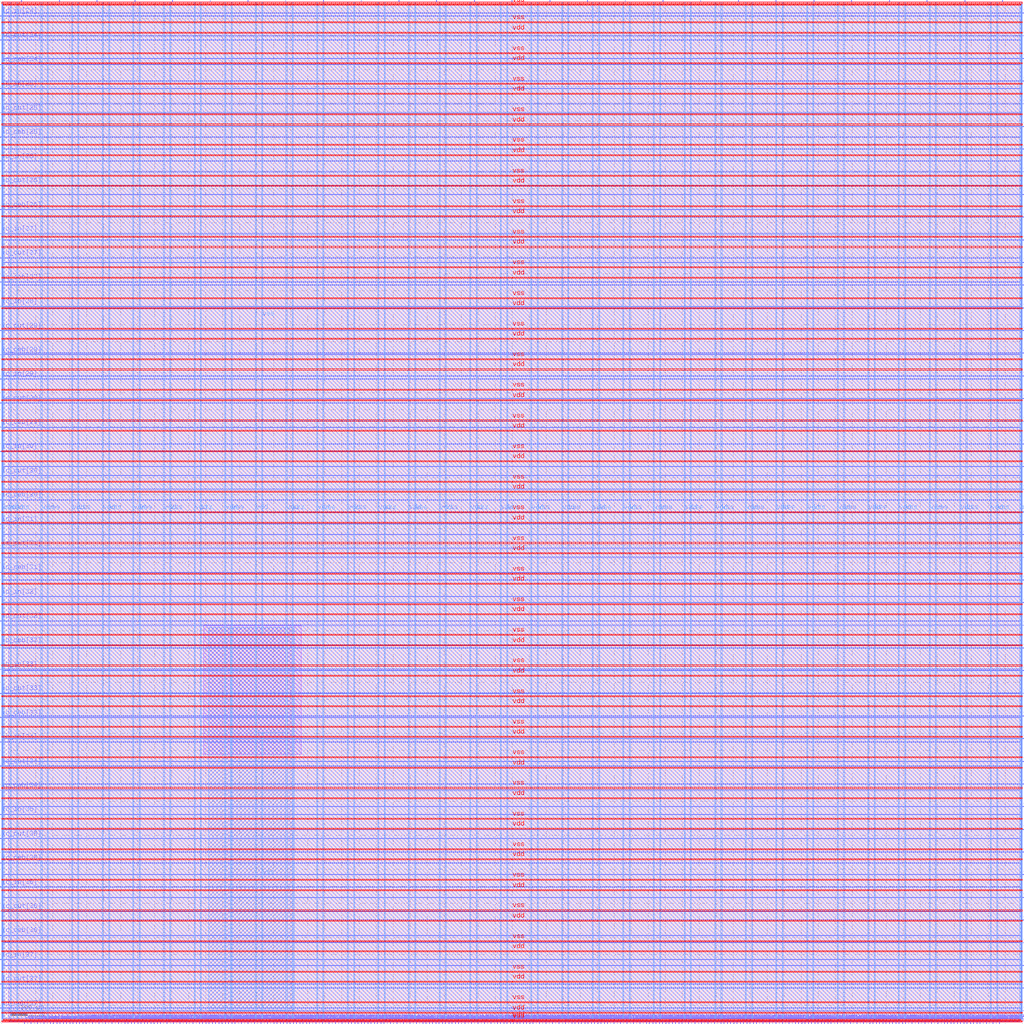
<source format=lef>
VERSION 5.7 ;
  NOWIREEXTENSIONATPIN ON ;
  DIVIDERCHAR "/" ;
  BUSBITCHARS "[]" ;
MACRO user_project_wrapper
  CLASS BLOCK ;
  FOREIGN user_project_wrapper ;
  ORIGIN 0.000 0.000 ;
  SIZE 3000.000 BY 3000.000 ;
  PIN io_in[0]
    DIRECTION INPUT ;
    USE SIGNAL ;
    PORT
      LAYER Metal3 ;
        RECT 2997.600 33.320 3004.800 34.440 ;
    END
  END io_in[0]
  PIN io_in[10]
    DIRECTION INPUT ;
    USE SIGNAL ;
    PORT
      LAYER Metal3 ;
        RECT 2997.600 2032.520 3004.800 2033.640 ;
    END
  END io_in[10]
  PIN io_in[11]
    DIRECTION INPUT ;
    USE SIGNAL ;
    PORT
      LAYER Metal3 ;
        RECT 2997.600 2232.440 3004.800 2233.560 ;
    END
  END io_in[11]
  PIN io_in[12]
    DIRECTION INPUT ;
    USE SIGNAL ;
    PORT
      LAYER Metal3 ;
        RECT 2997.600 2432.360 3004.800 2433.480 ;
    END
  END io_in[12]
  PIN io_in[13]
    DIRECTION INPUT ;
    USE SIGNAL ;
    PORT
      LAYER Metal3 ;
        RECT 2997.600 2632.280 3004.800 2633.400 ;
    END
  END io_in[13]
  PIN io_in[14]
    DIRECTION INPUT ;
    USE SIGNAL ;
    PORT
      LAYER Metal3 ;
        RECT 2997.600 2832.200 3004.800 2833.320 ;
    END
  END io_in[14]
  PIN io_in[15]
    DIRECTION INPUT ;
    USE SIGNAL ;
    PORT
      LAYER Metal2 ;
        RECT 2940.840 2997.600 2941.960 3004.800 ;
    END
  END io_in[15]
  PIN io_in[16]
    DIRECTION INPUT ;
    USE SIGNAL ;
    PORT
      LAYER Metal2 ;
        RECT 2608.200 2997.600 2609.320 3004.800 ;
    END
  END io_in[16]
  PIN io_in[17]
    DIRECTION INPUT ;
    USE SIGNAL ;
    PORT
      LAYER Metal2 ;
        RECT 2275.560 2997.600 2276.680 3004.800 ;
    END
  END io_in[17]
  PIN io_in[18]
    DIRECTION INPUT ;
    USE SIGNAL ;
    PORT
      LAYER Metal2 ;
        RECT 1942.920 2997.600 1944.040 3004.800 ;
    END
  END io_in[18]
  PIN io_in[19]
    DIRECTION INPUT ;
    USE SIGNAL ;
    PORT
      LAYER Metal2 ;
        RECT 1610.280 2997.600 1611.400 3004.800 ;
    END
  END io_in[19]
  PIN io_in[1]
    DIRECTION INPUT ;
    USE SIGNAL ;
    PORT
      LAYER Metal3 ;
        RECT 2997.600 233.240 3004.800 234.360 ;
    END
  END io_in[1]
  PIN io_in[20]
    DIRECTION INPUT ;
    USE SIGNAL ;
    PORT
      LAYER Metal2 ;
        RECT 1277.640 2997.600 1278.760 3004.800 ;
    END
  END io_in[20]
  PIN io_in[21]
    DIRECTION INPUT ;
    USE SIGNAL ;
    PORT
      LAYER Metal2 ;
        RECT 945.000 2997.600 946.120 3004.800 ;
    END
  END io_in[21]
  PIN io_in[22]
    DIRECTION INPUT ;
    USE SIGNAL ;
    PORT
      LAYER Metal2 ;
        RECT 612.360 2997.600 613.480 3004.800 ;
    END
  END io_in[22]
  PIN io_in[23]
    DIRECTION INPUT ;
    USE SIGNAL ;
    PORT
      LAYER Metal2 ;
        RECT 279.720 2997.600 280.840 3004.800 ;
    END
  END io_in[23]
  PIN io_in[24]
    DIRECTION INPUT ;
    USE SIGNAL ;
    PORT
      LAYER Metal3 ;
        RECT -4.800 2957.080 2.400 2958.200 ;
    END
  END io_in[24]
  PIN io_in[25]
    DIRECTION INPUT ;
    USE SIGNAL ;
    PORT
      LAYER Metal3 ;
        RECT -4.800 2743.720 2.400 2744.840 ;
    END
  END io_in[25]
  PIN io_in[26]
    DIRECTION INPUT ;
    USE SIGNAL ;
    PORT
      LAYER Metal3 ;
        RECT -4.800 2530.360 2.400 2531.480 ;
    END
  END io_in[26]
  PIN io_in[27]
    DIRECTION INPUT ;
    USE SIGNAL ;
    PORT
      LAYER Metal3 ;
        RECT -4.800 2317.000 2.400 2318.120 ;
    END
  END io_in[27]
  PIN io_in[28]
    DIRECTION INPUT ;
    USE SIGNAL ;
    PORT
      LAYER Metal3 ;
        RECT -4.800 2103.640 2.400 2104.760 ;
    END
  END io_in[28]
  PIN io_in[29]
    DIRECTION INPUT ;
    USE SIGNAL ;
    PORT
      LAYER Metal3 ;
        RECT -4.800 1890.280 2.400 1891.400 ;
    END
  END io_in[29]
  PIN io_in[2]
    DIRECTION INPUT ;
    USE SIGNAL ;
    PORT
      LAYER Metal3 ;
        RECT 2997.600 433.160 3004.800 434.280 ;
    END
  END io_in[2]
  PIN io_in[30]
    DIRECTION INPUT ;
    USE SIGNAL ;
    PORT
      LAYER Metal3 ;
        RECT -4.800 1676.920 2.400 1678.040 ;
    END
  END io_in[30]
  PIN io_in[31]
    DIRECTION INPUT ;
    USE SIGNAL ;
    PORT
      LAYER Metal3 ;
        RECT -4.800 1463.560 2.400 1464.680 ;
    END
  END io_in[31]
  PIN io_in[32]
    DIRECTION INPUT ;
    USE SIGNAL ;
    PORT
      LAYER Metal3 ;
        RECT -4.800 1250.200 2.400 1251.320 ;
    END
  END io_in[32]
  PIN io_in[33]
    DIRECTION INPUT ;
    USE SIGNAL ;
    PORT
      LAYER Metal3 ;
        RECT -4.800 1036.840 2.400 1037.960 ;
    END
  END io_in[33]
  PIN io_in[34]
    DIRECTION INPUT ;
    USE SIGNAL ;
    PORT
      LAYER Metal3 ;
        RECT -4.800 823.480 2.400 824.600 ;
    END
  END io_in[34]
  PIN io_in[35]
    DIRECTION INPUT ;
    USE SIGNAL ;
    PORT
      LAYER Metal3 ;
        RECT -4.800 610.120 2.400 611.240 ;
    END
  END io_in[35]
  PIN io_in[36]
    DIRECTION INPUT ;
    USE SIGNAL ;
    PORT
      LAYER Metal3 ;
        RECT -4.800 396.760 2.400 397.880 ;
    END
  END io_in[36]
  PIN io_in[37]
    DIRECTION INPUT ;
    USE SIGNAL ;
    PORT
      LAYER Metal3 ;
        RECT -4.800 183.400 2.400 184.520 ;
    END
  END io_in[37]
  PIN io_in[3]
    DIRECTION INPUT ;
    USE SIGNAL ;
    PORT
      LAYER Metal3 ;
        RECT 2997.600 633.080 3004.800 634.200 ;
    END
  END io_in[3]
  PIN io_in[4]
    DIRECTION INPUT ;
    USE SIGNAL ;
    PORT
      LAYER Metal3 ;
        RECT 2997.600 833.000 3004.800 834.120 ;
    END
  END io_in[4]
  PIN io_in[5]
    DIRECTION INPUT ;
    USE SIGNAL ;
    PORT
      LAYER Metal3 ;
        RECT 2997.600 1032.920 3004.800 1034.040 ;
    END
  END io_in[5]
  PIN io_in[6]
    DIRECTION INPUT ;
    USE SIGNAL ;
    PORT
      LAYER Metal3 ;
        RECT 2997.600 1232.840 3004.800 1233.960 ;
    END
  END io_in[6]
  PIN io_in[7]
    DIRECTION INPUT ;
    USE SIGNAL ;
    PORT
      LAYER Metal3 ;
        RECT 2997.600 1432.760 3004.800 1433.880 ;
    END
  END io_in[7]
  PIN io_in[8]
    DIRECTION INPUT ;
    USE SIGNAL ;
    PORT
      LAYER Metal3 ;
        RECT 2997.600 1632.680 3004.800 1633.800 ;
    END
  END io_in[8]
  PIN io_in[9]
    DIRECTION INPUT ;
    USE SIGNAL ;
    PORT
      LAYER Metal3 ;
        RECT 2997.600 1832.600 3004.800 1833.720 ;
    END
  END io_in[9]
  PIN io_oeb[0]
    DIRECTION OUTPUT TRISTATE ;
    USE SIGNAL ;
    PORT
      LAYER Metal3 ;
        RECT 2997.600 166.600 3004.800 167.720 ;
    END
  END io_oeb[0]
  PIN io_oeb[10]
    DIRECTION OUTPUT TRISTATE ;
    USE SIGNAL ;
    PORT
      LAYER Metal3 ;
        RECT 2997.600 2165.800 3004.800 2166.920 ;
    END
  END io_oeb[10]
  PIN io_oeb[11]
    DIRECTION OUTPUT TRISTATE ;
    USE SIGNAL ;
    PORT
      LAYER Metal3 ;
        RECT 2997.600 2365.720 3004.800 2366.840 ;
    END
  END io_oeb[11]
  PIN io_oeb[12]
    DIRECTION OUTPUT TRISTATE ;
    USE SIGNAL ;
    PORT
      LAYER Metal3 ;
        RECT 2997.600 2565.640 3004.800 2566.760 ;
    END
  END io_oeb[12]
  PIN io_oeb[13]
    DIRECTION OUTPUT TRISTATE ;
    USE SIGNAL ;
    PORT
      LAYER Metal3 ;
        RECT 2997.600 2765.560 3004.800 2766.680 ;
    END
  END io_oeb[13]
  PIN io_oeb[14]
    DIRECTION OUTPUT TRISTATE ;
    USE SIGNAL ;
    PORT
      LAYER Metal3 ;
        RECT 2997.600 2965.480 3004.800 2966.600 ;
    END
  END io_oeb[14]
  PIN io_oeb[15]
    DIRECTION OUTPUT TRISTATE ;
    USE SIGNAL ;
    PORT
      LAYER Metal2 ;
        RECT 2719.080 2997.600 2720.200 3004.800 ;
    END
  END io_oeb[15]
  PIN io_oeb[16]
    DIRECTION OUTPUT TRISTATE ;
    USE SIGNAL ;
    PORT
      LAYER Metal2 ;
        RECT 2386.440 2997.600 2387.560 3004.800 ;
    END
  END io_oeb[16]
  PIN io_oeb[17]
    DIRECTION OUTPUT TRISTATE ;
    USE SIGNAL ;
    PORT
      LAYER Metal2 ;
        RECT 2053.800 2997.600 2054.920 3004.800 ;
    END
  END io_oeb[17]
  PIN io_oeb[18]
    DIRECTION OUTPUT TRISTATE ;
    USE SIGNAL ;
    PORT
      LAYER Metal2 ;
        RECT 1721.160 2997.600 1722.280 3004.800 ;
    END
  END io_oeb[18]
  PIN io_oeb[19]
    DIRECTION OUTPUT TRISTATE ;
    USE SIGNAL ;
    PORT
      LAYER Metal2 ;
        RECT 1388.520 2997.600 1389.640 3004.800 ;
    END
  END io_oeb[19]
  PIN io_oeb[1]
    DIRECTION OUTPUT TRISTATE ;
    USE SIGNAL ;
    PORT
      LAYER Metal3 ;
        RECT 2997.600 366.520 3004.800 367.640 ;
    END
  END io_oeb[1]
  PIN io_oeb[20]
    DIRECTION OUTPUT TRISTATE ;
    USE SIGNAL ;
    PORT
      LAYER Metal2 ;
        RECT 1055.880 2997.600 1057.000 3004.800 ;
    END
  END io_oeb[20]
  PIN io_oeb[21]
    DIRECTION OUTPUT TRISTATE ;
    USE SIGNAL ;
    PORT
      LAYER Metal2 ;
        RECT 723.240 2997.600 724.360 3004.800 ;
    END
  END io_oeb[21]
  PIN io_oeb[22]
    DIRECTION OUTPUT TRISTATE ;
    USE SIGNAL ;
    PORT
      LAYER Metal2 ;
        RECT 390.600 2997.600 391.720 3004.800 ;
    END
  END io_oeb[22]
  PIN io_oeb[23]
    DIRECTION OUTPUT TRISTATE ;
    USE SIGNAL ;
    PORT
      LAYER Metal2 ;
        RECT 57.960 2997.600 59.080 3004.800 ;
    END
  END io_oeb[23]
  PIN io_oeb[24]
    DIRECTION OUTPUT TRISTATE ;
    USE SIGNAL ;
    PORT
      LAYER Metal3 ;
        RECT -4.800 2814.840 2.400 2815.960 ;
    END
  END io_oeb[24]
  PIN io_oeb[25]
    DIRECTION OUTPUT TRISTATE ;
    USE SIGNAL ;
    PORT
      LAYER Metal3 ;
        RECT -4.800 2601.480 2.400 2602.600 ;
    END
  END io_oeb[25]
  PIN io_oeb[26]
    DIRECTION OUTPUT TRISTATE ;
    USE SIGNAL ;
    PORT
      LAYER Metal3 ;
        RECT -4.800 2388.120 2.400 2389.240 ;
    END
  END io_oeb[26]
  PIN io_oeb[27]
    DIRECTION OUTPUT TRISTATE ;
    USE SIGNAL ;
    PORT
      LAYER Metal3 ;
        RECT -4.800 2174.760 2.400 2175.880 ;
    END
  END io_oeb[27]
  PIN io_oeb[28]
    DIRECTION OUTPUT TRISTATE ;
    USE SIGNAL ;
    PORT
      LAYER Metal3 ;
        RECT -4.800 1961.400 2.400 1962.520 ;
    END
  END io_oeb[28]
  PIN io_oeb[29]
    DIRECTION OUTPUT TRISTATE ;
    USE SIGNAL ;
    PORT
      LAYER Metal3 ;
        RECT -4.800 1748.040 2.400 1749.160 ;
    END
  END io_oeb[29]
  PIN io_oeb[2]
    DIRECTION OUTPUT TRISTATE ;
    USE SIGNAL ;
    PORT
      LAYER Metal3 ;
        RECT 2997.600 566.440 3004.800 567.560 ;
    END
  END io_oeb[2]
  PIN io_oeb[30]
    DIRECTION OUTPUT TRISTATE ;
    USE SIGNAL ;
    PORT
      LAYER Metal3 ;
        RECT -4.800 1534.680 2.400 1535.800 ;
    END
  END io_oeb[30]
  PIN io_oeb[31]
    DIRECTION OUTPUT TRISTATE ;
    USE SIGNAL ;
    PORT
      LAYER Metal3 ;
        RECT -4.800 1321.320 2.400 1322.440 ;
    END
  END io_oeb[31]
  PIN io_oeb[32]
    DIRECTION OUTPUT TRISTATE ;
    USE SIGNAL ;
    PORT
      LAYER Metal3 ;
        RECT -4.800 1107.960 2.400 1109.080 ;
    END
  END io_oeb[32]
  PIN io_oeb[33]
    DIRECTION OUTPUT TRISTATE ;
    USE SIGNAL ;
    PORT
      LAYER Metal3 ;
        RECT -4.800 894.600 2.400 895.720 ;
    END
  END io_oeb[33]
  PIN io_oeb[34]
    DIRECTION OUTPUT TRISTATE ;
    USE SIGNAL ;
    PORT
      LAYER Metal3 ;
        RECT -4.800 681.240 2.400 682.360 ;
    END
  END io_oeb[34]
  PIN io_oeb[35]
    DIRECTION OUTPUT TRISTATE ;
    USE SIGNAL ;
    PORT
      LAYER Metal3 ;
        RECT -4.800 467.880 2.400 469.000 ;
    END
  END io_oeb[35]
  PIN io_oeb[36]
    DIRECTION OUTPUT TRISTATE ;
    USE SIGNAL ;
    PORT
      LAYER Metal3 ;
        RECT -4.800 254.520 2.400 255.640 ;
    END
  END io_oeb[36]
  PIN io_oeb[37]
    DIRECTION OUTPUT TRISTATE ;
    USE SIGNAL ;
    PORT
      LAYER Metal3 ;
        RECT -4.800 41.160 2.400 42.280 ;
    END
  END io_oeb[37]
  PIN io_oeb[3]
    DIRECTION OUTPUT TRISTATE ;
    USE SIGNAL ;
    PORT
      LAYER Metal3 ;
        RECT 2997.600 766.360 3004.800 767.480 ;
    END
  END io_oeb[3]
  PIN io_oeb[4]
    DIRECTION OUTPUT TRISTATE ;
    USE SIGNAL ;
    PORT
      LAYER Metal3 ;
        RECT 2997.600 966.280 3004.800 967.400 ;
    END
  END io_oeb[4]
  PIN io_oeb[5]
    DIRECTION OUTPUT TRISTATE ;
    USE SIGNAL ;
    PORT
      LAYER Metal3 ;
        RECT 2997.600 1166.200 3004.800 1167.320 ;
    END
  END io_oeb[5]
  PIN io_oeb[6]
    DIRECTION OUTPUT TRISTATE ;
    USE SIGNAL ;
    PORT
      LAYER Metal3 ;
        RECT 2997.600 1366.120 3004.800 1367.240 ;
    END
  END io_oeb[6]
  PIN io_oeb[7]
    DIRECTION OUTPUT TRISTATE ;
    USE SIGNAL ;
    PORT
      LAYER Metal3 ;
        RECT 2997.600 1566.040 3004.800 1567.160 ;
    END
  END io_oeb[7]
  PIN io_oeb[8]
    DIRECTION OUTPUT TRISTATE ;
    USE SIGNAL ;
    PORT
      LAYER Metal3 ;
        RECT 2997.600 1765.960 3004.800 1767.080 ;
    END
  END io_oeb[8]
  PIN io_oeb[9]
    DIRECTION OUTPUT TRISTATE ;
    USE SIGNAL ;
    PORT
      LAYER Metal3 ;
        RECT 2997.600 1965.880 3004.800 1967.000 ;
    END
  END io_oeb[9]
  PIN io_out[0]
    DIRECTION OUTPUT TRISTATE ;
    USE SIGNAL ;
    PORT
      LAYER Metal3 ;
        RECT 2997.600 99.960 3004.800 101.080 ;
    END
  END io_out[0]
  PIN io_out[10]
    DIRECTION OUTPUT TRISTATE ;
    USE SIGNAL ;
    PORT
      LAYER Metal3 ;
        RECT 2997.600 2099.160 3004.800 2100.280 ;
    END
  END io_out[10]
  PIN io_out[11]
    DIRECTION OUTPUT TRISTATE ;
    USE SIGNAL ;
    PORT
      LAYER Metal3 ;
        RECT 2997.600 2299.080 3004.800 2300.200 ;
    END
  END io_out[11]
  PIN io_out[12]
    DIRECTION OUTPUT TRISTATE ;
    USE SIGNAL ;
    PORT
      LAYER Metal3 ;
        RECT 2997.600 2499.000 3004.800 2500.120 ;
    END
  END io_out[12]
  PIN io_out[13]
    DIRECTION OUTPUT TRISTATE ;
    USE SIGNAL ;
    PORT
      LAYER Metal3 ;
        RECT 2997.600 2698.920 3004.800 2700.040 ;
    END
  END io_out[13]
  PIN io_out[14]
    DIRECTION OUTPUT TRISTATE ;
    USE SIGNAL ;
    PORT
      LAYER Metal3 ;
        RECT 2997.600 2898.840 3004.800 2899.960 ;
    END
  END io_out[14]
  PIN io_out[15]
    DIRECTION OUTPUT TRISTATE ;
    USE SIGNAL ;
    PORT
      LAYER Metal2 ;
        RECT 2829.960 2997.600 2831.080 3004.800 ;
    END
  END io_out[15]
  PIN io_out[16]
    DIRECTION OUTPUT TRISTATE ;
    USE SIGNAL ;
    PORT
      LAYER Metal2 ;
        RECT 2497.320 2997.600 2498.440 3004.800 ;
    END
  END io_out[16]
  PIN io_out[17]
    DIRECTION OUTPUT TRISTATE ;
    USE SIGNAL ;
    PORT
      LAYER Metal2 ;
        RECT 2164.680 2997.600 2165.800 3004.800 ;
    END
  END io_out[17]
  PIN io_out[18]
    DIRECTION OUTPUT TRISTATE ;
    USE SIGNAL ;
    PORT
      LAYER Metal2 ;
        RECT 1832.040 2997.600 1833.160 3004.800 ;
    END
  END io_out[18]
  PIN io_out[19]
    DIRECTION OUTPUT TRISTATE ;
    USE SIGNAL ;
    PORT
      LAYER Metal2 ;
        RECT 1499.400 2997.600 1500.520 3004.800 ;
    END
  END io_out[19]
  PIN io_out[1]
    DIRECTION OUTPUT TRISTATE ;
    USE SIGNAL ;
    PORT
      LAYER Metal3 ;
        RECT 2997.600 299.880 3004.800 301.000 ;
    END
  END io_out[1]
  PIN io_out[20]
    DIRECTION OUTPUT TRISTATE ;
    USE SIGNAL ;
    PORT
      LAYER Metal2 ;
        RECT 1166.760 2997.600 1167.880 3004.800 ;
    END
  END io_out[20]
  PIN io_out[21]
    DIRECTION OUTPUT TRISTATE ;
    USE SIGNAL ;
    PORT
      LAYER Metal2 ;
        RECT 834.120 2997.600 835.240 3004.800 ;
    END
  END io_out[21]
  PIN io_out[22]
    DIRECTION OUTPUT TRISTATE ;
    USE SIGNAL ;
    PORT
      LAYER Metal2 ;
        RECT 501.480 2997.600 502.600 3004.800 ;
    END
  END io_out[22]
  PIN io_out[23]
    DIRECTION OUTPUT TRISTATE ;
    USE SIGNAL ;
    PORT
      LAYER Metal2 ;
        RECT 168.840 2997.600 169.960 3004.800 ;
    END
  END io_out[23]
  PIN io_out[24]
    DIRECTION OUTPUT TRISTATE ;
    USE SIGNAL ;
    PORT
      LAYER Metal3 ;
        RECT -4.800 2885.960 2.400 2887.080 ;
    END
  END io_out[24]
  PIN io_out[25]
    DIRECTION OUTPUT TRISTATE ;
    USE SIGNAL ;
    PORT
      LAYER Metal3 ;
        RECT -4.800 2672.600 2.400 2673.720 ;
    END
  END io_out[25]
  PIN io_out[26]
    DIRECTION OUTPUT TRISTATE ;
    USE SIGNAL ;
    PORT
      LAYER Metal3 ;
        RECT -4.800 2459.240 2.400 2460.360 ;
    END
  END io_out[26]
  PIN io_out[27]
    DIRECTION OUTPUT TRISTATE ;
    USE SIGNAL ;
    PORT
      LAYER Metal3 ;
        RECT -4.800 2245.880 2.400 2247.000 ;
    END
  END io_out[27]
  PIN io_out[28]
    DIRECTION OUTPUT TRISTATE ;
    USE SIGNAL ;
    PORT
      LAYER Metal3 ;
        RECT -4.800 2032.520 2.400 2033.640 ;
    END
  END io_out[28]
  PIN io_out[29]
    DIRECTION OUTPUT TRISTATE ;
    USE SIGNAL ;
    PORT
      LAYER Metal3 ;
        RECT -4.800 1819.160 2.400 1820.280 ;
    END
  END io_out[29]
  PIN io_out[2]
    DIRECTION OUTPUT TRISTATE ;
    USE SIGNAL ;
    PORT
      LAYER Metal3 ;
        RECT 2997.600 499.800 3004.800 500.920 ;
    END
  END io_out[2]
  PIN io_out[30]
    DIRECTION OUTPUT TRISTATE ;
    USE SIGNAL ;
    PORT
      LAYER Metal3 ;
        RECT -4.800 1605.800 2.400 1606.920 ;
    END
  END io_out[30]
  PIN io_out[31]
    DIRECTION OUTPUT TRISTATE ;
    USE SIGNAL ;
    PORT
      LAYER Metal3 ;
        RECT -4.800 1392.440 2.400 1393.560 ;
    END
  END io_out[31]
  PIN io_out[32]
    DIRECTION OUTPUT TRISTATE ;
    USE SIGNAL ;
    PORT
      LAYER Metal3 ;
        RECT -4.800 1179.080 2.400 1180.200 ;
    END
  END io_out[32]
  PIN io_out[33]
    DIRECTION OUTPUT TRISTATE ;
    USE SIGNAL ;
    PORT
      LAYER Metal3 ;
        RECT -4.800 965.720 2.400 966.840 ;
    END
  END io_out[33]
  PIN io_out[34]
    DIRECTION OUTPUT TRISTATE ;
    USE SIGNAL ;
    PORT
      LAYER Metal3 ;
        RECT -4.800 752.360 2.400 753.480 ;
    END
  END io_out[34]
  PIN io_out[35]
    DIRECTION OUTPUT TRISTATE ;
    USE SIGNAL ;
    PORT
      LAYER Metal3 ;
        RECT -4.800 539.000 2.400 540.120 ;
    END
  END io_out[35]
  PIN io_out[36]
    DIRECTION OUTPUT TRISTATE ;
    USE SIGNAL ;
    PORT
      LAYER Metal3 ;
        RECT -4.800 325.640 2.400 326.760 ;
    END
  END io_out[36]
  PIN io_out[37]
    DIRECTION OUTPUT TRISTATE ;
    USE SIGNAL ;
    PORT
      LAYER Metal3 ;
        RECT -4.800 112.280 2.400 113.400 ;
    END
  END io_out[37]
  PIN io_out[3]
    DIRECTION OUTPUT TRISTATE ;
    USE SIGNAL ;
    PORT
      LAYER Metal3 ;
        RECT 2997.600 699.720 3004.800 700.840 ;
    END
  END io_out[3]
  PIN io_out[4]
    DIRECTION OUTPUT TRISTATE ;
    USE SIGNAL ;
    PORT
      LAYER Metal3 ;
        RECT 2997.600 899.640 3004.800 900.760 ;
    END
  END io_out[4]
  PIN io_out[5]
    DIRECTION OUTPUT TRISTATE ;
    USE SIGNAL ;
    PORT
      LAYER Metal3 ;
        RECT 2997.600 1099.560 3004.800 1100.680 ;
    END
  END io_out[5]
  PIN io_out[6]
    DIRECTION OUTPUT TRISTATE ;
    USE SIGNAL ;
    PORT
      LAYER Metal3 ;
        RECT 2997.600 1299.480 3004.800 1300.600 ;
    END
  END io_out[6]
  PIN io_out[7]
    DIRECTION OUTPUT TRISTATE ;
    USE SIGNAL ;
    PORT
      LAYER Metal3 ;
        RECT 2997.600 1499.400 3004.800 1500.520 ;
    END
  END io_out[7]
  PIN io_out[8]
    DIRECTION OUTPUT TRISTATE ;
    USE SIGNAL ;
    PORT
      LAYER Metal3 ;
        RECT 2997.600 1699.320 3004.800 1700.440 ;
    END
  END io_out[8]
  PIN io_out[9]
    DIRECTION OUTPUT TRISTATE ;
    USE SIGNAL ;
    PORT
      LAYER Metal3 ;
        RECT 2997.600 1899.240 3004.800 1900.360 ;
    END
  END io_out[9]
  PIN la_data_in[0]
    DIRECTION INPUT ;
    USE SIGNAL ;
    PORT
      LAYER Metal2 ;
        RECT 1075.480 -4.800 1076.600 2.400 ;
    END
  END la_data_in[0]
  PIN la_data_in[10]
    DIRECTION INPUT ;
    USE SIGNAL ;
    PORT
      LAYER Metal2 ;
        RECT 1361.080 -4.800 1362.200 2.400 ;
    END
  END la_data_in[10]
  PIN la_data_in[11]
    DIRECTION INPUT ;
    USE SIGNAL ;
    PORT
      LAYER Metal2 ;
        RECT 1389.640 -4.800 1390.760 2.400 ;
    END
  END la_data_in[11]
  PIN la_data_in[12]
    DIRECTION INPUT ;
    USE SIGNAL ;
    PORT
      LAYER Metal2 ;
        RECT 1418.200 -4.800 1419.320 2.400 ;
    END
  END la_data_in[12]
  PIN la_data_in[13]
    DIRECTION INPUT ;
    USE SIGNAL ;
    PORT
      LAYER Metal2 ;
        RECT 1446.760 -4.800 1447.880 2.400 ;
    END
  END la_data_in[13]
  PIN la_data_in[14]
    DIRECTION INPUT ;
    USE SIGNAL ;
    PORT
      LAYER Metal2 ;
        RECT 1475.320 -4.800 1476.440 2.400 ;
    END
  END la_data_in[14]
  PIN la_data_in[15]
    DIRECTION INPUT ;
    USE SIGNAL ;
    PORT
      LAYER Metal2 ;
        RECT 1503.880 -4.800 1505.000 2.400 ;
    END
  END la_data_in[15]
  PIN la_data_in[16]
    DIRECTION INPUT ;
    USE SIGNAL ;
    PORT
      LAYER Metal2 ;
        RECT 1532.440 -4.800 1533.560 2.400 ;
    END
  END la_data_in[16]
  PIN la_data_in[17]
    DIRECTION INPUT ;
    USE SIGNAL ;
    PORT
      LAYER Metal2 ;
        RECT 1561.000 -4.800 1562.120 2.400 ;
    END
  END la_data_in[17]
  PIN la_data_in[18]
    DIRECTION INPUT ;
    USE SIGNAL ;
    PORT
      LAYER Metal2 ;
        RECT 1589.560 -4.800 1590.680 2.400 ;
    END
  END la_data_in[18]
  PIN la_data_in[19]
    DIRECTION INPUT ;
    USE SIGNAL ;
    PORT
      LAYER Metal2 ;
        RECT 1618.120 -4.800 1619.240 2.400 ;
    END
  END la_data_in[19]
  PIN la_data_in[1]
    DIRECTION INPUT ;
    USE SIGNAL ;
    PORT
      LAYER Metal2 ;
        RECT 1104.040 -4.800 1105.160 2.400 ;
    END
  END la_data_in[1]
  PIN la_data_in[20]
    DIRECTION INPUT ;
    USE SIGNAL ;
    PORT
      LAYER Metal2 ;
        RECT 1646.680 -4.800 1647.800 2.400 ;
    END
  END la_data_in[20]
  PIN la_data_in[21]
    DIRECTION INPUT ;
    USE SIGNAL ;
    PORT
      LAYER Metal2 ;
        RECT 1675.240 -4.800 1676.360 2.400 ;
    END
  END la_data_in[21]
  PIN la_data_in[22]
    DIRECTION INPUT ;
    USE SIGNAL ;
    PORT
      LAYER Metal2 ;
        RECT 1703.800 -4.800 1704.920 2.400 ;
    END
  END la_data_in[22]
  PIN la_data_in[23]
    DIRECTION INPUT ;
    USE SIGNAL ;
    PORT
      LAYER Metal2 ;
        RECT 1732.360 -4.800 1733.480 2.400 ;
    END
  END la_data_in[23]
  PIN la_data_in[24]
    DIRECTION INPUT ;
    USE SIGNAL ;
    PORT
      LAYER Metal2 ;
        RECT 1760.920 -4.800 1762.040 2.400 ;
    END
  END la_data_in[24]
  PIN la_data_in[25]
    DIRECTION INPUT ;
    USE SIGNAL ;
    PORT
      LAYER Metal2 ;
        RECT 1789.480 -4.800 1790.600 2.400 ;
    END
  END la_data_in[25]
  PIN la_data_in[26]
    DIRECTION INPUT ;
    USE SIGNAL ;
    PORT
      LAYER Metal2 ;
        RECT 1818.040 -4.800 1819.160 2.400 ;
    END
  END la_data_in[26]
  PIN la_data_in[27]
    DIRECTION INPUT ;
    USE SIGNAL ;
    PORT
      LAYER Metal2 ;
        RECT 1846.600 -4.800 1847.720 2.400 ;
    END
  END la_data_in[27]
  PIN la_data_in[28]
    DIRECTION INPUT ;
    USE SIGNAL ;
    PORT
      LAYER Metal2 ;
        RECT 1875.160 -4.800 1876.280 2.400 ;
    END
  END la_data_in[28]
  PIN la_data_in[29]
    DIRECTION INPUT ;
    USE SIGNAL ;
    PORT
      LAYER Metal2 ;
        RECT 1903.720 -4.800 1904.840 2.400 ;
    END
  END la_data_in[29]
  PIN la_data_in[2]
    DIRECTION INPUT ;
    USE SIGNAL ;
    PORT
      LAYER Metal2 ;
        RECT 1132.600 -4.800 1133.720 2.400 ;
    END
  END la_data_in[2]
  PIN la_data_in[30]
    DIRECTION INPUT ;
    USE SIGNAL ;
    PORT
      LAYER Metal2 ;
        RECT 1932.280 -4.800 1933.400 2.400 ;
    END
  END la_data_in[30]
  PIN la_data_in[31]
    DIRECTION INPUT ;
    USE SIGNAL ;
    PORT
      LAYER Metal2 ;
        RECT 1960.840 -4.800 1961.960 2.400 ;
    END
  END la_data_in[31]
  PIN la_data_in[32]
    DIRECTION INPUT ;
    USE SIGNAL ;
    PORT
      LAYER Metal2 ;
        RECT 1989.400 -4.800 1990.520 2.400 ;
    END
  END la_data_in[32]
  PIN la_data_in[33]
    DIRECTION INPUT ;
    USE SIGNAL ;
    PORT
      LAYER Metal2 ;
        RECT 2017.960 -4.800 2019.080 2.400 ;
    END
  END la_data_in[33]
  PIN la_data_in[34]
    DIRECTION INPUT ;
    USE SIGNAL ;
    PORT
      LAYER Metal2 ;
        RECT 2046.520 -4.800 2047.640 2.400 ;
    END
  END la_data_in[34]
  PIN la_data_in[35]
    DIRECTION INPUT ;
    USE SIGNAL ;
    PORT
      LAYER Metal2 ;
        RECT 2075.080 -4.800 2076.200 2.400 ;
    END
  END la_data_in[35]
  PIN la_data_in[36]
    DIRECTION INPUT ;
    USE SIGNAL ;
    PORT
      LAYER Metal2 ;
        RECT 2103.640 -4.800 2104.760 2.400 ;
    END
  END la_data_in[36]
  PIN la_data_in[37]
    DIRECTION INPUT ;
    USE SIGNAL ;
    PORT
      LAYER Metal2 ;
        RECT 2132.200 -4.800 2133.320 2.400 ;
    END
  END la_data_in[37]
  PIN la_data_in[38]
    DIRECTION INPUT ;
    USE SIGNAL ;
    PORT
      LAYER Metal2 ;
        RECT 2160.760 -4.800 2161.880 2.400 ;
    END
  END la_data_in[38]
  PIN la_data_in[39]
    DIRECTION INPUT ;
    USE SIGNAL ;
    PORT
      LAYER Metal2 ;
        RECT 2189.320 -4.800 2190.440 2.400 ;
    END
  END la_data_in[39]
  PIN la_data_in[3]
    DIRECTION INPUT ;
    USE SIGNAL ;
    PORT
      LAYER Metal2 ;
        RECT 1161.160 -4.800 1162.280 2.400 ;
    END
  END la_data_in[3]
  PIN la_data_in[40]
    DIRECTION INPUT ;
    USE SIGNAL ;
    PORT
      LAYER Metal2 ;
        RECT 2217.880 -4.800 2219.000 2.400 ;
    END
  END la_data_in[40]
  PIN la_data_in[41]
    DIRECTION INPUT ;
    USE SIGNAL ;
    PORT
      LAYER Metal2 ;
        RECT 2246.440 -4.800 2247.560 2.400 ;
    END
  END la_data_in[41]
  PIN la_data_in[42]
    DIRECTION INPUT ;
    USE SIGNAL ;
    PORT
      LAYER Metal2 ;
        RECT 2275.000 -4.800 2276.120 2.400 ;
    END
  END la_data_in[42]
  PIN la_data_in[43]
    DIRECTION INPUT ;
    USE SIGNAL ;
    PORT
      LAYER Metal2 ;
        RECT 2303.560 -4.800 2304.680 2.400 ;
    END
  END la_data_in[43]
  PIN la_data_in[44]
    DIRECTION INPUT ;
    USE SIGNAL ;
    PORT
      LAYER Metal2 ;
        RECT 2332.120 -4.800 2333.240 2.400 ;
    END
  END la_data_in[44]
  PIN la_data_in[45]
    DIRECTION INPUT ;
    USE SIGNAL ;
    PORT
      LAYER Metal2 ;
        RECT 2360.680 -4.800 2361.800 2.400 ;
    END
  END la_data_in[45]
  PIN la_data_in[46]
    DIRECTION INPUT ;
    USE SIGNAL ;
    PORT
      LAYER Metal2 ;
        RECT 2389.240 -4.800 2390.360 2.400 ;
    END
  END la_data_in[46]
  PIN la_data_in[47]
    DIRECTION INPUT ;
    USE SIGNAL ;
    PORT
      LAYER Metal2 ;
        RECT 2417.800 -4.800 2418.920 2.400 ;
    END
  END la_data_in[47]
  PIN la_data_in[48]
    DIRECTION INPUT ;
    USE SIGNAL ;
    PORT
      LAYER Metal2 ;
        RECT 2446.360 -4.800 2447.480 2.400 ;
    END
  END la_data_in[48]
  PIN la_data_in[49]
    DIRECTION INPUT ;
    USE SIGNAL ;
    PORT
      LAYER Metal2 ;
        RECT 2474.920 -4.800 2476.040 2.400 ;
    END
  END la_data_in[49]
  PIN la_data_in[4]
    DIRECTION INPUT ;
    USE SIGNAL ;
    PORT
      LAYER Metal2 ;
        RECT 1189.720 -4.800 1190.840 2.400 ;
    END
  END la_data_in[4]
  PIN la_data_in[50]
    DIRECTION INPUT ;
    USE SIGNAL ;
    PORT
      LAYER Metal2 ;
        RECT 2503.480 -4.800 2504.600 2.400 ;
    END
  END la_data_in[50]
  PIN la_data_in[51]
    DIRECTION INPUT ;
    USE SIGNAL ;
    PORT
      LAYER Metal2 ;
        RECT 2532.040 -4.800 2533.160 2.400 ;
    END
  END la_data_in[51]
  PIN la_data_in[52]
    DIRECTION INPUT ;
    USE SIGNAL ;
    PORT
      LAYER Metal2 ;
        RECT 2560.600 -4.800 2561.720 2.400 ;
    END
  END la_data_in[52]
  PIN la_data_in[53]
    DIRECTION INPUT ;
    USE SIGNAL ;
    PORT
      LAYER Metal2 ;
        RECT 2589.160 -4.800 2590.280 2.400 ;
    END
  END la_data_in[53]
  PIN la_data_in[54]
    DIRECTION INPUT ;
    USE SIGNAL ;
    PORT
      LAYER Metal2 ;
        RECT 2617.720 -4.800 2618.840 2.400 ;
    END
  END la_data_in[54]
  PIN la_data_in[55]
    DIRECTION INPUT ;
    USE SIGNAL ;
    PORT
      LAYER Metal2 ;
        RECT 2646.280 -4.800 2647.400 2.400 ;
    END
  END la_data_in[55]
  PIN la_data_in[56]
    DIRECTION INPUT ;
    USE SIGNAL ;
    PORT
      LAYER Metal2 ;
        RECT 2674.840 -4.800 2675.960 2.400 ;
    END
  END la_data_in[56]
  PIN la_data_in[57]
    DIRECTION INPUT ;
    USE SIGNAL ;
    PORT
      LAYER Metal2 ;
        RECT 2703.400 -4.800 2704.520 2.400 ;
    END
  END la_data_in[57]
  PIN la_data_in[58]
    DIRECTION INPUT ;
    USE SIGNAL ;
    PORT
      LAYER Metal2 ;
        RECT 2731.960 -4.800 2733.080 2.400 ;
    END
  END la_data_in[58]
  PIN la_data_in[59]
    DIRECTION INPUT ;
    USE SIGNAL ;
    PORT
      LAYER Metal2 ;
        RECT 2760.520 -4.800 2761.640 2.400 ;
    END
  END la_data_in[59]
  PIN la_data_in[5]
    DIRECTION INPUT ;
    USE SIGNAL ;
    PORT
      LAYER Metal2 ;
        RECT 1218.280 -4.800 1219.400 2.400 ;
    END
  END la_data_in[5]
  PIN la_data_in[60]
    DIRECTION INPUT ;
    USE SIGNAL ;
    PORT
      LAYER Metal2 ;
        RECT 2789.080 -4.800 2790.200 2.400 ;
    END
  END la_data_in[60]
  PIN la_data_in[61]
    DIRECTION INPUT ;
    USE SIGNAL ;
    PORT
      LAYER Metal2 ;
        RECT 2817.640 -4.800 2818.760 2.400 ;
    END
  END la_data_in[61]
  PIN la_data_in[62]
    DIRECTION INPUT ;
    USE SIGNAL ;
    PORT
      LAYER Metal2 ;
        RECT 2846.200 -4.800 2847.320 2.400 ;
    END
  END la_data_in[62]
  PIN la_data_in[63]
    DIRECTION INPUT ;
    USE SIGNAL ;
    PORT
      LAYER Metal2 ;
        RECT 2874.760 -4.800 2875.880 2.400 ;
    END
  END la_data_in[63]
  PIN la_data_in[6]
    DIRECTION INPUT ;
    USE SIGNAL ;
    PORT
      LAYER Metal2 ;
        RECT 1246.840 -4.800 1247.960 2.400 ;
    END
  END la_data_in[6]
  PIN la_data_in[7]
    DIRECTION INPUT ;
    USE SIGNAL ;
    PORT
      LAYER Metal2 ;
        RECT 1275.400 -4.800 1276.520 2.400 ;
    END
  END la_data_in[7]
  PIN la_data_in[8]
    DIRECTION INPUT ;
    USE SIGNAL ;
    PORT
      LAYER Metal2 ;
        RECT 1303.960 -4.800 1305.080 2.400 ;
    END
  END la_data_in[8]
  PIN la_data_in[9]
    DIRECTION INPUT ;
    USE SIGNAL ;
    PORT
      LAYER Metal2 ;
        RECT 1332.520 -4.800 1333.640 2.400 ;
    END
  END la_data_in[9]
  PIN la_data_out[0]
    DIRECTION OUTPUT TRISTATE ;
    USE SIGNAL ;
    PORT
      LAYER Metal2 ;
        RECT 1085.000 -4.800 1086.120 2.400 ;
    END
  END la_data_out[0]
  PIN la_data_out[10]
    DIRECTION OUTPUT TRISTATE ;
    USE SIGNAL ;
    PORT
      LAYER Metal2 ;
        RECT 1370.600 -4.800 1371.720 2.400 ;
    END
  END la_data_out[10]
  PIN la_data_out[11]
    DIRECTION OUTPUT TRISTATE ;
    USE SIGNAL ;
    PORT
      LAYER Metal2 ;
        RECT 1399.160 -4.800 1400.280 2.400 ;
    END
  END la_data_out[11]
  PIN la_data_out[12]
    DIRECTION OUTPUT TRISTATE ;
    USE SIGNAL ;
    PORT
      LAYER Metal2 ;
        RECT 1427.720 -4.800 1428.840 2.400 ;
    END
  END la_data_out[12]
  PIN la_data_out[13]
    DIRECTION OUTPUT TRISTATE ;
    USE SIGNAL ;
    PORT
      LAYER Metal2 ;
        RECT 1456.280 -4.800 1457.400 2.400 ;
    END
  END la_data_out[13]
  PIN la_data_out[14]
    DIRECTION OUTPUT TRISTATE ;
    USE SIGNAL ;
    PORT
      LAYER Metal2 ;
        RECT 1484.840 -4.800 1485.960 2.400 ;
    END
  END la_data_out[14]
  PIN la_data_out[15]
    DIRECTION OUTPUT TRISTATE ;
    USE SIGNAL ;
    PORT
      LAYER Metal2 ;
        RECT 1513.400 -4.800 1514.520 2.400 ;
    END
  END la_data_out[15]
  PIN la_data_out[16]
    DIRECTION OUTPUT TRISTATE ;
    USE SIGNAL ;
    PORT
      LAYER Metal2 ;
        RECT 1541.960 -4.800 1543.080 2.400 ;
    END
  END la_data_out[16]
  PIN la_data_out[17]
    DIRECTION OUTPUT TRISTATE ;
    USE SIGNAL ;
    PORT
      LAYER Metal2 ;
        RECT 1570.520 -4.800 1571.640 2.400 ;
    END
  END la_data_out[17]
  PIN la_data_out[18]
    DIRECTION OUTPUT TRISTATE ;
    USE SIGNAL ;
    PORT
      LAYER Metal2 ;
        RECT 1599.080 -4.800 1600.200 2.400 ;
    END
  END la_data_out[18]
  PIN la_data_out[19]
    DIRECTION OUTPUT TRISTATE ;
    USE SIGNAL ;
    PORT
      LAYER Metal2 ;
        RECT 1627.640 -4.800 1628.760 2.400 ;
    END
  END la_data_out[19]
  PIN la_data_out[1]
    DIRECTION OUTPUT TRISTATE ;
    USE SIGNAL ;
    PORT
      LAYER Metal2 ;
        RECT 1113.560 -4.800 1114.680 2.400 ;
    END
  END la_data_out[1]
  PIN la_data_out[20]
    DIRECTION OUTPUT TRISTATE ;
    USE SIGNAL ;
    PORT
      LAYER Metal2 ;
        RECT 1656.200 -4.800 1657.320 2.400 ;
    END
  END la_data_out[20]
  PIN la_data_out[21]
    DIRECTION OUTPUT TRISTATE ;
    USE SIGNAL ;
    PORT
      LAYER Metal2 ;
        RECT 1684.760 -4.800 1685.880 2.400 ;
    END
  END la_data_out[21]
  PIN la_data_out[22]
    DIRECTION OUTPUT TRISTATE ;
    USE SIGNAL ;
    PORT
      LAYER Metal2 ;
        RECT 1713.320 -4.800 1714.440 2.400 ;
    END
  END la_data_out[22]
  PIN la_data_out[23]
    DIRECTION OUTPUT TRISTATE ;
    USE SIGNAL ;
    PORT
      LAYER Metal2 ;
        RECT 1741.880 -4.800 1743.000 2.400 ;
    END
  END la_data_out[23]
  PIN la_data_out[24]
    DIRECTION OUTPUT TRISTATE ;
    USE SIGNAL ;
    PORT
      LAYER Metal2 ;
        RECT 1770.440 -4.800 1771.560 2.400 ;
    END
  END la_data_out[24]
  PIN la_data_out[25]
    DIRECTION OUTPUT TRISTATE ;
    USE SIGNAL ;
    PORT
      LAYER Metal2 ;
        RECT 1799.000 -4.800 1800.120 2.400 ;
    END
  END la_data_out[25]
  PIN la_data_out[26]
    DIRECTION OUTPUT TRISTATE ;
    USE SIGNAL ;
    PORT
      LAYER Metal2 ;
        RECT 1827.560 -4.800 1828.680 2.400 ;
    END
  END la_data_out[26]
  PIN la_data_out[27]
    DIRECTION OUTPUT TRISTATE ;
    USE SIGNAL ;
    PORT
      LAYER Metal2 ;
        RECT 1856.120 -4.800 1857.240 2.400 ;
    END
  END la_data_out[27]
  PIN la_data_out[28]
    DIRECTION OUTPUT TRISTATE ;
    USE SIGNAL ;
    PORT
      LAYER Metal2 ;
        RECT 1884.680 -4.800 1885.800 2.400 ;
    END
  END la_data_out[28]
  PIN la_data_out[29]
    DIRECTION OUTPUT TRISTATE ;
    USE SIGNAL ;
    PORT
      LAYER Metal2 ;
        RECT 1913.240 -4.800 1914.360 2.400 ;
    END
  END la_data_out[29]
  PIN la_data_out[2]
    DIRECTION OUTPUT TRISTATE ;
    USE SIGNAL ;
    PORT
      LAYER Metal2 ;
        RECT 1142.120 -4.800 1143.240 2.400 ;
    END
  END la_data_out[2]
  PIN la_data_out[30]
    DIRECTION OUTPUT TRISTATE ;
    USE SIGNAL ;
    PORT
      LAYER Metal2 ;
        RECT 1941.800 -4.800 1942.920 2.400 ;
    END
  END la_data_out[30]
  PIN la_data_out[31]
    DIRECTION OUTPUT TRISTATE ;
    USE SIGNAL ;
    PORT
      LAYER Metal2 ;
        RECT 1970.360 -4.800 1971.480 2.400 ;
    END
  END la_data_out[31]
  PIN la_data_out[32]
    DIRECTION OUTPUT TRISTATE ;
    USE SIGNAL ;
    PORT
      LAYER Metal2 ;
        RECT 1998.920 -4.800 2000.040 2.400 ;
    END
  END la_data_out[32]
  PIN la_data_out[33]
    DIRECTION OUTPUT TRISTATE ;
    USE SIGNAL ;
    PORT
      LAYER Metal2 ;
        RECT 2027.480 -4.800 2028.600 2.400 ;
    END
  END la_data_out[33]
  PIN la_data_out[34]
    DIRECTION OUTPUT TRISTATE ;
    USE SIGNAL ;
    PORT
      LAYER Metal2 ;
        RECT 2056.040 -4.800 2057.160 2.400 ;
    END
  END la_data_out[34]
  PIN la_data_out[35]
    DIRECTION OUTPUT TRISTATE ;
    USE SIGNAL ;
    PORT
      LAYER Metal2 ;
        RECT 2084.600 -4.800 2085.720 2.400 ;
    END
  END la_data_out[35]
  PIN la_data_out[36]
    DIRECTION OUTPUT TRISTATE ;
    USE SIGNAL ;
    PORT
      LAYER Metal2 ;
        RECT 2113.160 -4.800 2114.280 2.400 ;
    END
  END la_data_out[36]
  PIN la_data_out[37]
    DIRECTION OUTPUT TRISTATE ;
    USE SIGNAL ;
    PORT
      LAYER Metal2 ;
        RECT 2141.720 -4.800 2142.840 2.400 ;
    END
  END la_data_out[37]
  PIN la_data_out[38]
    DIRECTION OUTPUT TRISTATE ;
    USE SIGNAL ;
    PORT
      LAYER Metal2 ;
        RECT 2170.280 -4.800 2171.400 2.400 ;
    END
  END la_data_out[38]
  PIN la_data_out[39]
    DIRECTION OUTPUT TRISTATE ;
    USE SIGNAL ;
    PORT
      LAYER Metal2 ;
        RECT 2198.840 -4.800 2199.960 2.400 ;
    END
  END la_data_out[39]
  PIN la_data_out[3]
    DIRECTION OUTPUT TRISTATE ;
    USE SIGNAL ;
    PORT
      LAYER Metal2 ;
        RECT 1170.680 -4.800 1171.800 2.400 ;
    END
  END la_data_out[3]
  PIN la_data_out[40]
    DIRECTION OUTPUT TRISTATE ;
    USE SIGNAL ;
    PORT
      LAYER Metal2 ;
        RECT 2227.400 -4.800 2228.520 2.400 ;
    END
  END la_data_out[40]
  PIN la_data_out[41]
    DIRECTION OUTPUT TRISTATE ;
    USE SIGNAL ;
    PORT
      LAYER Metal2 ;
        RECT 2255.960 -4.800 2257.080 2.400 ;
    END
  END la_data_out[41]
  PIN la_data_out[42]
    DIRECTION OUTPUT TRISTATE ;
    USE SIGNAL ;
    PORT
      LAYER Metal2 ;
        RECT 2284.520 -4.800 2285.640 2.400 ;
    END
  END la_data_out[42]
  PIN la_data_out[43]
    DIRECTION OUTPUT TRISTATE ;
    USE SIGNAL ;
    PORT
      LAYER Metal2 ;
        RECT 2313.080 -4.800 2314.200 2.400 ;
    END
  END la_data_out[43]
  PIN la_data_out[44]
    DIRECTION OUTPUT TRISTATE ;
    USE SIGNAL ;
    PORT
      LAYER Metal2 ;
        RECT 2341.640 -4.800 2342.760 2.400 ;
    END
  END la_data_out[44]
  PIN la_data_out[45]
    DIRECTION OUTPUT TRISTATE ;
    USE SIGNAL ;
    PORT
      LAYER Metal2 ;
        RECT 2370.200 -4.800 2371.320 2.400 ;
    END
  END la_data_out[45]
  PIN la_data_out[46]
    DIRECTION OUTPUT TRISTATE ;
    USE SIGNAL ;
    PORT
      LAYER Metal2 ;
        RECT 2398.760 -4.800 2399.880 2.400 ;
    END
  END la_data_out[46]
  PIN la_data_out[47]
    DIRECTION OUTPUT TRISTATE ;
    USE SIGNAL ;
    PORT
      LAYER Metal2 ;
        RECT 2427.320 -4.800 2428.440 2.400 ;
    END
  END la_data_out[47]
  PIN la_data_out[48]
    DIRECTION OUTPUT TRISTATE ;
    USE SIGNAL ;
    PORT
      LAYER Metal2 ;
        RECT 2455.880 -4.800 2457.000 2.400 ;
    END
  END la_data_out[48]
  PIN la_data_out[49]
    DIRECTION OUTPUT TRISTATE ;
    USE SIGNAL ;
    PORT
      LAYER Metal2 ;
        RECT 2484.440 -4.800 2485.560 2.400 ;
    END
  END la_data_out[49]
  PIN la_data_out[4]
    DIRECTION OUTPUT TRISTATE ;
    USE SIGNAL ;
    PORT
      LAYER Metal2 ;
        RECT 1199.240 -4.800 1200.360 2.400 ;
    END
  END la_data_out[4]
  PIN la_data_out[50]
    DIRECTION OUTPUT TRISTATE ;
    USE SIGNAL ;
    PORT
      LAYER Metal2 ;
        RECT 2513.000 -4.800 2514.120 2.400 ;
    END
  END la_data_out[50]
  PIN la_data_out[51]
    DIRECTION OUTPUT TRISTATE ;
    USE SIGNAL ;
    PORT
      LAYER Metal2 ;
        RECT 2541.560 -4.800 2542.680 2.400 ;
    END
  END la_data_out[51]
  PIN la_data_out[52]
    DIRECTION OUTPUT TRISTATE ;
    USE SIGNAL ;
    PORT
      LAYER Metal2 ;
        RECT 2570.120 -4.800 2571.240 2.400 ;
    END
  END la_data_out[52]
  PIN la_data_out[53]
    DIRECTION OUTPUT TRISTATE ;
    USE SIGNAL ;
    PORT
      LAYER Metal2 ;
        RECT 2598.680 -4.800 2599.800 2.400 ;
    END
  END la_data_out[53]
  PIN la_data_out[54]
    DIRECTION OUTPUT TRISTATE ;
    USE SIGNAL ;
    PORT
      LAYER Metal2 ;
        RECT 2627.240 -4.800 2628.360 2.400 ;
    END
  END la_data_out[54]
  PIN la_data_out[55]
    DIRECTION OUTPUT TRISTATE ;
    USE SIGNAL ;
    PORT
      LAYER Metal2 ;
        RECT 2655.800 -4.800 2656.920 2.400 ;
    END
  END la_data_out[55]
  PIN la_data_out[56]
    DIRECTION OUTPUT TRISTATE ;
    USE SIGNAL ;
    PORT
      LAYER Metal2 ;
        RECT 2684.360 -4.800 2685.480 2.400 ;
    END
  END la_data_out[56]
  PIN la_data_out[57]
    DIRECTION OUTPUT TRISTATE ;
    USE SIGNAL ;
    PORT
      LAYER Metal2 ;
        RECT 2712.920 -4.800 2714.040 2.400 ;
    END
  END la_data_out[57]
  PIN la_data_out[58]
    DIRECTION OUTPUT TRISTATE ;
    USE SIGNAL ;
    PORT
      LAYER Metal2 ;
        RECT 2741.480 -4.800 2742.600 2.400 ;
    END
  END la_data_out[58]
  PIN la_data_out[59]
    DIRECTION OUTPUT TRISTATE ;
    USE SIGNAL ;
    PORT
      LAYER Metal2 ;
        RECT 2770.040 -4.800 2771.160 2.400 ;
    END
  END la_data_out[59]
  PIN la_data_out[5]
    DIRECTION OUTPUT TRISTATE ;
    USE SIGNAL ;
    PORT
      LAYER Metal2 ;
        RECT 1227.800 -4.800 1228.920 2.400 ;
    END
  END la_data_out[5]
  PIN la_data_out[60]
    DIRECTION OUTPUT TRISTATE ;
    USE SIGNAL ;
    PORT
      LAYER Metal2 ;
        RECT 2798.600 -4.800 2799.720 2.400 ;
    END
  END la_data_out[60]
  PIN la_data_out[61]
    DIRECTION OUTPUT TRISTATE ;
    USE SIGNAL ;
    PORT
      LAYER Metal2 ;
        RECT 2827.160 -4.800 2828.280 2.400 ;
    END
  END la_data_out[61]
  PIN la_data_out[62]
    DIRECTION OUTPUT TRISTATE ;
    USE SIGNAL ;
    PORT
      LAYER Metal2 ;
        RECT 2855.720 -4.800 2856.840 2.400 ;
    END
  END la_data_out[62]
  PIN la_data_out[63]
    DIRECTION OUTPUT TRISTATE ;
    USE SIGNAL ;
    PORT
      LAYER Metal2 ;
        RECT 2884.280 -4.800 2885.400 2.400 ;
    END
  END la_data_out[63]
  PIN la_data_out[6]
    DIRECTION OUTPUT TRISTATE ;
    USE SIGNAL ;
    PORT
      LAYER Metal2 ;
        RECT 1256.360 -4.800 1257.480 2.400 ;
    END
  END la_data_out[6]
  PIN la_data_out[7]
    DIRECTION OUTPUT TRISTATE ;
    USE SIGNAL ;
    PORT
      LAYER Metal2 ;
        RECT 1284.920 -4.800 1286.040 2.400 ;
    END
  END la_data_out[7]
  PIN la_data_out[8]
    DIRECTION OUTPUT TRISTATE ;
    USE SIGNAL ;
    PORT
      LAYER Metal2 ;
        RECT 1313.480 -4.800 1314.600 2.400 ;
    END
  END la_data_out[8]
  PIN la_data_out[9]
    DIRECTION OUTPUT TRISTATE ;
    USE SIGNAL ;
    PORT
      LAYER Metal2 ;
        RECT 1342.040 -4.800 1343.160 2.400 ;
    END
  END la_data_out[9]
  PIN la_oenb[0]
    DIRECTION INPUT ;
    USE SIGNAL ;
    PORT
      LAYER Metal2 ;
        RECT 1094.520 -4.800 1095.640 2.400 ;
    END
  END la_oenb[0]
  PIN la_oenb[10]
    DIRECTION INPUT ;
    USE SIGNAL ;
    PORT
      LAYER Metal2 ;
        RECT 1380.120 -4.800 1381.240 2.400 ;
    END
  END la_oenb[10]
  PIN la_oenb[11]
    DIRECTION INPUT ;
    USE SIGNAL ;
    PORT
      LAYER Metal2 ;
        RECT 1408.680 -4.800 1409.800 2.400 ;
    END
  END la_oenb[11]
  PIN la_oenb[12]
    DIRECTION INPUT ;
    USE SIGNAL ;
    PORT
      LAYER Metal2 ;
        RECT 1437.240 -4.800 1438.360 2.400 ;
    END
  END la_oenb[12]
  PIN la_oenb[13]
    DIRECTION INPUT ;
    USE SIGNAL ;
    PORT
      LAYER Metal2 ;
        RECT 1465.800 -4.800 1466.920 2.400 ;
    END
  END la_oenb[13]
  PIN la_oenb[14]
    DIRECTION INPUT ;
    USE SIGNAL ;
    PORT
      LAYER Metal2 ;
        RECT 1494.360 -4.800 1495.480 2.400 ;
    END
  END la_oenb[14]
  PIN la_oenb[15]
    DIRECTION INPUT ;
    USE SIGNAL ;
    PORT
      LAYER Metal2 ;
        RECT 1522.920 -4.800 1524.040 2.400 ;
    END
  END la_oenb[15]
  PIN la_oenb[16]
    DIRECTION INPUT ;
    USE SIGNAL ;
    PORT
      LAYER Metal2 ;
        RECT 1551.480 -4.800 1552.600 2.400 ;
    END
  END la_oenb[16]
  PIN la_oenb[17]
    DIRECTION INPUT ;
    USE SIGNAL ;
    PORT
      LAYER Metal2 ;
        RECT 1580.040 -4.800 1581.160 2.400 ;
    END
  END la_oenb[17]
  PIN la_oenb[18]
    DIRECTION INPUT ;
    USE SIGNAL ;
    PORT
      LAYER Metal2 ;
        RECT 1608.600 -4.800 1609.720 2.400 ;
    END
  END la_oenb[18]
  PIN la_oenb[19]
    DIRECTION INPUT ;
    USE SIGNAL ;
    PORT
      LAYER Metal2 ;
        RECT 1637.160 -4.800 1638.280 2.400 ;
    END
  END la_oenb[19]
  PIN la_oenb[1]
    DIRECTION INPUT ;
    USE SIGNAL ;
    PORT
      LAYER Metal2 ;
        RECT 1123.080 -4.800 1124.200 2.400 ;
    END
  END la_oenb[1]
  PIN la_oenb[20]
    DIRECTION INPUT ;
    USE SIGNAL ;
    PORT
      LAYER Metal2 ;
        RECT 1665.720 -4.800 1666.840 2.400 ;
    END
  END la_oenb[20]
  PIN la_oenb[21]
    DIRECTION INPUT ;
    USE SIGNAL ;
    PORT
      LAYER Metal2 ;
        RECT 1694.280 -4.800 1695.400 2.400 ;
    END
  END la_oenb[21]
  PIN la_oenb[22]
    DIRECTION INPUT ;
    USE SIGNAL ;
    PORT
      LAYER Metal2 ;
        RECT 1722.840 -4.800 1723.960 2.400 ;
    END
  END la_oenb[22]
  PIN la_oenb[23]
    DIRECTION INPUT ;
    USE SIGNAL ;
    PORT
      LAYER Metal2 ;
        RECT 1751.400 -4.800 1752.520 2.400 ;
    END
  END la_oenb[23]
  PIN la_oenb[24]
    DIRECTION INPUT ;
    USE SIGNAL ;
    PORT
      LAYER Metal2 ;
        RECT 1779.960 -4.800 1781.080 2.400 ;
    END
  END la_oenb[24]
  PIN la_oenb[25]
    DIRECTION INPUT ;
    USE SIGNAL ;
    PORT
      LAYER Metal2 ;
        RECT 1808.520 -4.800 1809.640 2.400 ;
    END
  END la_oenb[25]
  PIN la_oenb[26]
    DIRECTION INPUT ;
    USE SIGNAL ;
    PORT
      LAYER Metal2 ;
        RECT 1837.080 -4.800 1838.200 2.400 ;
    END
  END la_oenb[26]
  PIN la_oenb[27]
    DIRECTION INPUT ;
    USE SIGNAL ;
    PORT
      LAYER Metal2 ;
        RECT 1865.640 -4.800 1866.760 2.400 ;
    END
  END la_oenb[27]
  PIN la_oenb[28]
    DIRECTION INPUT ;
    USE SIGNAL ;
    PORT
      LAYER Metal2 ;
        RECT 1894.200 -4.800 1895.320 2.400 ;
    END
  END la_oenb[28]
  PIN la_oenb[29]
    DIRECTION INPUT ;
    USE SIGNAL ;
    PORT
      LAYER Metal2 ;
        RECT 1922.760 -4.800 1923.880 2.400 ;
    END
  END la_oenb[29]
  PIN la_oenb[2]
    DIRECTION INPUT ;
    USE SIGNAL ;
    PORT
      LAYER Metal2 ;
        RECT 1151.640 -4.800 1152.760 2.400 ;
    END
  END la_oenb[2]
  PIN la_oenb[30]
    DIRECTION INPUT ;
    USE SIGNAL ;
    PORT
      LAYER Metal2 ;
        RECT 1951.320 -4.800 1952.440 2.400 ;
    END
  END la_oenb[30]
  PIN la_oenb[31]
    DIRECTION INPUT ;
    USE SIGNAL ;
    PORT
      LAYER Metal2 ;
        RECT 1979.880 -4.800 1981.000 2.400 ;
    END
  END la_oenb[31]
  PIN la_oenb[32]
    DIRECTION INPUT ;
    USE SIGNAL ;
    PORT
      LAYER Metal2 ;
        RECT 2008.440 -4.800 2009.560 2.400 ;
    END
  END la_oenb[32]
  PIN la_oenb[33]
    DIRECTION INPUT ;
    USE SIGNAL ;
    PORT
      LAYER Metal2 ;
        RECT 2037.000 -4.800 2038.120 2.400 ;
    END
  END la_oenb[33]
  PIN la_oenb[34]
    DIRECTION INPUT ;
    USE SIGNAL ;
    PORT
      LAYER Metal2 ;
        RECT 2065.560 -4.800 2066.680 2.400 ;
    END
  END la_oenb[34]
  PIN la_oenb[35]
    DIRECTION INPUT ;
    USE SIGNAL ;
    PORT
      LAYER Metal2 ;
        RECT 2094.120 -4.800 2095.240 2.400 ;
    END
  END la_oenb[35]
  PIN la_oenb[36]
    DIRECTION INPUT ;
    USE SIGNAL ;
    PORT
      LAYER Metal2 ;
        RECT 2122.680 -4.800 2123.800 2.400 ;
    END
  END la_oenb[36]
  PIN la_oenb[37]
    DIRECTION INPUT ;
    USE SIGNAL ;
    PORT
      LAYER Metal2 ;
        RECT 2151.240 -4.800 2152.360 2.400 ;
    END
  END la_oenb[37]
  PIN la_oenb[38]
    DIRECTION INPUT ;
    USE SIGNAL ;
    PORT
      LAYER Metal2 ;
        RECT 2179.800 -4.800 2180.920 2.400 ;
    END
  END la_oenb[38]
  PIN la_oenb[39]
    DIRECTION INPUT ;
    USE SIGNAL ;
    PORT
      LAYER Metal2 ;
        RECT 2208.360 -4.800 2209.480 2.400 ;
    END
  END la_oenb[39]
  PIN la_oenb[3]
    DIRECTION INPUT ;
    USE SIGNAL ;
    PORT
      LAYER Metal2 ;
        RECT 1180.200 -4.800 1181.320 2.400 ;
    END
  END la_oenb[3]
  PIN la_oenb[40]
    DIRECTION INPUT ;
    USE SIGNAL ;
    PORT
      LAYER Metal2 ;
        RECT 2236.920 -4.800 2238.040 2.400 ;
    END
  END la_oenb[40]
  PIN la_oenb[41]
    DIRECTION INPUT ;
    USE SIGNAL ;
    PORT
      LAYER Metal2 ;
        RECT 2265.480 -4.800 2266.600 2.400 ;
    END
  END la_oenb[41]
  PIN la_oenb[42]
    DIRECTION INPUT ;
    USE SIGNAL ;
    PORT
      LAYER Metal2 ;
        RECT 2294.040 -4.800 2295.160 2.400 ;
    END
  END la_oenb[42]
  PIN la_oenb[43]
    DIRECTION INPUT ;
    USE SIGNAL ;
    PORT
      LAYER Metal2 ;
        RECT 2322.600 -4.800 2323.720 2.400 ;
    END
  END la_oenb[43]
  PIN la_oenb[44]
    DIRECTION INPUT ;
    USE SIGNAL ;
    PORT
      LAYER Metal2 ;
        RECT 2351.160 -4.800 2352.280 2.400 ;
    END
  END la_oenb[44]
  PIN la_oenb[45]
    DIRECTION INPUT ;
    USE SIGNAL ;
    PORT
      LAYER Metal2 ;
        RECT 2379.720 -4.800 2380.840 2.400 ;
    END
  END la_oenb[45]
  PIN la_oenb[46]
    DIRECTION INPUT ;
    USE SIGNAL ;
    PORT
      LAYER Metal2 ;
        RECT 2408.280 -4.800 2409.400 2.400 ;
    END
  END la_oenb[46]
  PIN la_oenb[47]
    DIRECTION INPUT ;
    USE SIGNAL ;
    PORT
      LAYER Metal2 ;
        RECT 2436.840 -4.800 2437.960 2.400 ;
    END
  END la_oenb[47]
  PIN la_oenb[48]
    DIRECTION INPUT ;
    USE SIGNAL ;
    PORT
      LAYER Metal2 ;
        RECT 2465.400 -4.800 2466.520 2.400 ;
    END
  END la_oenb[48]
  PIN la_oenb[49]
    DIRECTION INPUT ;
    USE SIGNAL ;
    PORT
      LAYER Metal2 ;
        RECT 2493.960 -4.800 2495.080 2.400 ;
    END
  END la_oenb[49]
  PIN la_oenb[4]
    DIRECTION INPUT ;
    USE SIGNAL ;
    PORT
      LAYER Metal2 ;
        RECT 1208.760 -4.800 1209.880 2.400 ;
    END
  END la_oenb[4]
  PIN la_oenb[50]
    DIRECTION INPUT ;
    USE SIGNAL ;
    PORT
      LAYER Metal2 ;
        RECT 2522.520 -4.800 2523.640 2.400 ;
    END
  END la_oenb[50]
  PIN la_oenb[51]
    DIRECTION INPUT ;
    USE SIGNAL ;
    PORT
      LAYER Metal2 ;
        RECT 2551.080 -4.800 2552.200 2.400 ;
    END
  END la_oenb[51]
  PIN la_oenb[52]
    DIRECTION INPUT ;
    USE SIGNAL ;
    PORT
      LAYER Metal2 ;
        RECT 2579.640 -4.800 2580.760 2.400 ;
    END
  END la_oenb[52]
  PIN la_oenb[53]
    DIRECTION INPUT ;
    USE SIGNAL ;
    PORT
      LAYER Metal2 ;
        RECT 2608.200 -4.800 2609.320 2.400 ;
    END
  END la_oenb[53]
  PIN la_oenb[54]
    DIRECTION INPUT ;
    USE SIGNAL ;
    PORT
      LAYER Metal2 ;
        RECT 2636.760 -4.800 2637.880 2.400 ;
    END
  END la_oenb[54]
  PIN la_oenb[55]
    DIRECTION INPUT ;
    USE SIGNAL ;
    PORT
      LAYER Metal2 ;
        RECT 2665.320 -4.800 2666.440 2.400 ;
    END
  END la_oenb[55]
  PIN la_oenb[56]
    DIRECTION INPUT ;
    USE SIGNAL ;
    PORT
      LAYER Metal2 ;
        RECT 2693.880 -4.800 2695.000 2.400 ;
    END
  END la_oenb[56]
  PIN la_oenb[57]
    DIRECTION INPUT ;
    USE SIGNAL ;
    PORT
      LAYER Metal2 ;
        RECT 2722.440 -4.800 2723.560 2.400 ;
    END
  END la_oenb[57]
  PIN la_oenb[58]
    DIRECTION INPUT ;
    USE SIGNAL ;
    PORT
      LAYER Metal2 ;
        RECT 2751.000 -4.800 2752.120 2.400 ;
    END
  END la_oenb[58]
  PIN la_oenb[59]
    DIRECTION INPUT ;
    USE SIGNAL ;
    PORT
      LAYER Metal2 ;
        RECT 2779.560 -4.800 2780.680 2.400 ;
    END
  END la_oenb[59]
  PIN la_oenb[5]
    DIRECTION INPUT ;
    USE SIGNAL ;
    PORT
      LAYER Metal2 ;
        RECT 1237.320 -4.800 1238.440 2.400 ;
    END
  END la_oenb[5]
  PIN la_oenb[60]
    DIRECTION INPUT ;
    USE SIGNAL ;
    PORT
      LAYER Metal2 ;
        RECT 2808.120 -4.800 2809.240 2.400 ;
    END
  END la_oenb[60]
  PIN la_oenb[61]
    DIRECTION INPUT ;
    USE SIGNAL ;
    PORT
      LAYER Metal2 ;
        RECT 2836.680 -4.800 2837.800 2.400 ;
    END
  END la_oenb[61]
  PIN la_oenb[62]
    DIRECTION INPUT ;
    USE SIGNAL ;
    PORT
      LAYER Metal2 ;
        RECT 2865.240 -4.800 2866.360 2.400 ;
    END
  END la_oenb[62]
  PIN la_oenb[63]
    DIRECTION INPUT ;
    USE SIGNAL ;
    PORT
      LAYER Metal2 ;
        RECT 2893.800 -4.800 2894.920 2.400 ;
    END
  END la_oenb[63]
  PIN la_oenb[6]
    DIRECTION INPUT ;
    USE SIGNAL ;
    PORT
      LAYER Metal2 ;
        RECT 1265.880 -4.800 1267.000 2.400 ;
    END
  END la_oenb[6]
  PIN la_oenb[7]
    DIRECTION INPUT ;
    USE SIGNAL ;
    PORT
      LAYER Metal2 ;
        RECT 1294.440 -4.800 1295.560 2.400 ;
    END
  END la_oenb[7]
  PIN la_oenb[8]
    DIRECTION INPUT ;
    USE SIGNAL ;
    PORT
      LAYER Metal2 ;
        RECT 1323.000 -4.800 1324.120 2.400 ;
    END
  END la_oenb[8]
  PIN la_oenb[9]
    DIRECTION INPUT ;
    USE SIGNAL ;
    PORT
      LAYER Metal2 ;
        RECT 1351.560 -4.800 1352.680 2.400 ;
    END
  END la_oenb[9]
  PIN user_clock2
    DIRECTION INPUT ;
    USE SIGNAL ;
    PORT
      LAYER Metal2 ;
        RECT 2903.320 -4.800 2904.440 2.400 ;
    END
  END user_clock2
  PIN user_irq[0]
    DIRECTION OUTPUT TRISTATE ;
    USE SIGNAL ;
    PORT
      LAYER Metal2 ;
        RECT 2912.840 -4.800 2913.960 2.400 ;
    END
  END user_irq[0]
  PIN user_irq[1]
    DIRECTION OUTPUT TRISTATE ;
    USE SIGNAL ;
    PORT
      LAYER Metal2 ;
        RECT 2922.360 -4.800 2923.480 2.400 ;
    END
  END user_irq[1]
  PIN user_irq[2]
    DIRECTION OUTPUT TRISTATE ;
    USE SIGNAL ;
    PORT
      LAYER Metal2 ;
        RECT 2931.880 -4.800 2933.000 2.400 ;
    END
  END user_irq[2]
  PIN vdd
    DIRECTION INOUT ;
    USE POWER ;
    PORT
      LAYER Metal4 ;
        RECT 4.740 6.420 7.840 2992.380 ;
    END
    PORT
      LAYER Metal5 ;
        RECT 4.740 6.420 2995.180 9.520 ;
    END
    PORT
      LAYER Metal5 ;
        RECT 4.740 2989.280 2995.180 2992.380 ;
    END
    PORT
      LAYER Metal4 ;
        RECT 2992.080 6.420 2995.180 2992.380 ;
    END
    PORT
      LAYER Metal4 ;
        RECT 25.290 1.620 28.390 2997.180 ;
    END
    PORT
      LAYER Metal4 ;
        RECT 115.290 1.620 118.390 2997.180 ;
    END
    PORT
      LAYER Metal4 ;
        RECT 205.290 1.620 208.390 2997.180 ;
    END
    PORT
      LAYER Metal4 ;
        RECT 295.290 1.620 298.390 2997.180 ;
    END
    PORT
      LAYER Metal4 ;
        RECT 385.290 1.620 388.390 2997.180 ;
    END
    PORT
      LAYER Metal4 ;
        RECT 475.290 1.620 478.390 2997.180 ;
    END
    PORT
      LAYER Metal4 ;
        RECT 565.290 1.620 568.390 2997.180 ;
    END
    PORT
      LAYER Metal4 ;
        RECT 655.290 1.620 658.390 2997.180 ;
    END
    PORT
      LAYER Metal4 ;
        RECT 745.290 1.620 748.390 2997.180 ;
    END
    PORT
      LAYER Metal4 ;
        RECT 835.290 1.620 838.390 2997.180 ;
    END
    PORT
      LAYER Metal4 ;
        RECT 925.290 1.620 928.390 2997.180 ;
    END
    PORT
      LAYER Metal4 ;
        RECT 1015.290 1.620 1018.390 2997.180 ;
    END
    PORT
      LAYER Metal4 ;
        RECT 1105.290 1.620 1108.390 2997.180 ;
    END
    PORT
      LAYER Metal4 ;
        RECT 1195.290 1.620 1198.390 2997.180 ;
    END
    PORT
      LAYER Metal4 ;
        RECT 1285.290 1.620 1288.390 2997.180 ;
    END
    PORT
      LAYER Metal4 ;
        RECT 1375.290 1.620 1378.390 2997.180 ;
    END
    PORT
      LAYER Metal4 ;
        RECT 1465.290 1.620 1468.390 2997.180 ;
    END
    PORT
      LAYER Metal4 ;
        RECT 1555.290 1.620 1558.390 2997.180 ;
    END
    PORT
      LAYER Metal4 ;
        RECT 1645.290 1.620 1648.390 2997.180 ;
    END
    PORT
      LAYER Metal4 ;
        RECT 1735.290 1.620 1738.390 2997.180 ;
    END
    PORT
      LAYER Metal4 ;
        RECT 1825.290 1.620 1828.390 2997.180 ;
    END
    PORT
      LAYER Metal4 ;
        RECT 1915.290 1.620 1918.390 2997.180 ;
    END
    PORT
      LAYER Metal4 ;
        RECT 2005.290 1.620 2008.390 2997.180 ;
    END
    PORT
      LAYER Metal4 ;
        RECT 2095.290 1.620 2098.390 2997.180 ;
    END
    PORT
      LAYER Metal4 ;
        RECT 2185.290 1.620 2188.390 2997.180 ;
    END
    PORT
      LAYER Metal4 ;
        RECT 2275.290 1.620 2278.390 2997.180 ;
    END
    PORT
      LAYER Metal4 ;
        RECT 2365.290 1.620 2368.390 2997.180 ;
    END
    PORT
      LAYER Metal4 ;
        RECT 2455.290 1.620 2458.390 2997.180 ;
    END
    PORT
      LAYER Metal4 ;
        RECT 2545.290 1.620 2548.390 2997.180 ;
    END
    PORT
      LAYER Metal4 ;
        RECT 2635.290 1.620 2638.390 2997.180 ;
    END
    PORT
      LAYER Metal4 ;
        RECT 2725.290 1.620 2728.390 2997.180 ;
    END
    PORT
      LAYER Metal4 ;
        RECT 2815.290 1.620 2818.390 2997.180 ;
    END
    PORT
      LAYER Metal4 ;
        RECT 2905.290 1.620 2908.390 2997.180 ;
    END
    PORT
      LAYER Metal5 ;
        RECT -0.060 26.970 2999.980 30.070 ;
    END
    PORT
      LAYER Metal5 ;
        RECT -0.060 116.970 2999.980 120.070 ;
    END
    PORT
      LAYER Metal5 ;
        RECT -0.060 206.970 2999.980 210.070 ;
    END
    PORT
      LAYER Metal5 ;
        RECT -0.060 296.970 2999.980 300.070 ;
    END
    PORT
      LAYER Metal5 ;
        RECT -0.060 386.970 2999.980 390.070 ;
    END
    PORT
      LAYER Metal5 ;
        RECT -0.060 476.970 2999.980 480.070 ;
    END
    PORT
      LAYER Metal5 ;
        RECT -0.060 566.970 2999.980 570.070 ;
    END
    PORT
      LAYER Metal5 ;
        RECT -0.060 656.970 2999.980 660.070 ;
    END
    PORT
      LAYER Metal5 ;
        RECT -0.060 746.970 2999.980 750.070 ;
    END
    PORT
      LAYER Metal5 ;
        RECT -0.060 836.970 2999.980 840.070 ;
    END
    PORT
      LAYER Metal5 ;
        RECT -0.060 926.970 2999.980 930.070 ;
    END
    PORT
      LAYER Metal5 ;
        RECT -0.060 1016.970 2999.980 1020.070 ;
    END
    PORT
      LAYER Metal5 ;
        RECT -0.060 1106.970 2999.980 1110.070 ;
    END
    PORT
      LAYER Metal5 ;
        RECT -0.060 1196.970 2999.980 1200.070 ;
    END
    PORT
      LAYER Metal5 ;
        RECT -0.060 1286.970 2999.980 1290.070 ;
    END
    PORT
      LAYER Metal5 ;
        RECT -0.060 1376.970 2999.980 1380.070 ;
    END
    PORT
      LAYER Metal5 ;
        RECT -0.060 1466.970 2999.980 1470.070 ;
    END
    PORT
      LAYER Metal5 ;
        RECT -0.060 1556.970 2999.980 1560.070 ;
    END
    PORT
      LAYER Metal5 ;
        RECT -0.060 1646.970 2999.980 1650.070 ;
    END
    PORT
      LAYER Metal5 ;
        RECT -0.060 1736.970 2999.980 1740.070 ;
    END
    PORT
      LAYER Metal5 ;
        RECT -0.060 1826.970 2999.980 1830.070 ;
    END
    PORT
      LAYER Metal5 ;
        RECT -0.060 1916.970 2999.980 1920.070 ;
    END
    PORT
      LAYER Metal5 ;
        RECT -0.060 2006.970 2999.980 2010.070 ;
    END
    PORT
      LAYER Metal5 ;
        RECT -0.060 2096.970 2999.980 2100.070 ;
    END
    PORT
      LAYER Metal5 ;
        RECT -0.060 2186.970 2999.980 2190.070 ;
    END
    PORT
      LAYER Metal5 ;
        RECT -0.060 2276.970 2999.980 2280.070 ;
    END
    PORT
      LAYER Metal5 ;
        RECT -0.060 2366.970 2999.980 2370.070 ;
    END
    PORT
      LAYER Metal5 ;
        RECT -0.060 2456.970 2999.980 2460.070 ;
    END
    PORT
      LAYER Metal5 ;
        RECT -0.060 2546.970 2999.980 2550.070 ;
    END
    PORT
      LAYER Metal5 ;
        RECT -0.060 2636.970 2999.980 2640.070 ;
    END
    PORT
      LAYER Metal5 ;
        RECT -0.060 2726.970 2999.980 2730.070 ;
    END
    PORT
      LAYER Metal5 ;
        RECT -0.060 2816.970 2999.980 2820.070 ;
    END
    PORT
      LAYER Metal5 ;
        RECT -0.060 2906.970 2999.980 2910.070 ;
    END
  END vdd
  PIN vss
    DIRECTION INOUT ;
    USE GROUND ;
    PORT
      LAYER Metal4 ;
        RECT -0.060 1.620 3.040 2997.180 ;
    END
    PORT
      LAYER Metal5 ;
        RECT -0.060 1.620 2999.980 4.720 ;
    END
    PORT
      LAYER Metal5 ;
        RECT -0.060 2994.080 2999.980 2997.180 ;
    END
    PORT
      LAYER Metal4 ;
        RECT 2996.880 1.620 2999.980 2997.180 ;
    END
    PORT
      LAYER Metal4 ;
        RECT 43.890 1.620 46.990 2997.180 ;
    END
    PORT
      LAYER Metal4 ;
        RECT 133.890 1.620 136.990 2997.180 ;
    END
    PORT
      LAYER Metal4 ;
        RECT 223.890 1.620 226.990 2997.180 ;
    END
    PORT
      LAYER Metal4 ;
        RECT 313.890 1.620 316.990 2997.180 ;
    END
    PORT
      LAYER Metal4 ;
        RECT 403.890 1.620 406.990 2997.180 ;
    END
    PORT
      LAYER Metal4 ;
        RECT 493.890 1.620 496.990 2997.180 ;
    END
    PORT
      LAYER Metal4 ;
        RECT 583.890 1.620 586.990 2997.180 ;
    END
    PORT
      LAYER Metal4 ;
        RECT 673.890 1.620 676.990 2997.180 ;
    END
    PORT
      LAYER Metal4 ;
        RECT 763.890 1.620 766.990 850.100 ;
    END
    PORT
      LAYER Metal4 ;
        RECT 763.890 1137.820 766.990 2997.180 ;
    END
    PORT
      LAYER Metal4 ;
        RECT 853.890 1.620 856.990 2997.180 ;
    END
    PORT
      LAYER Metal4 ;
        RECT 943.890 1.620 946.990 2997.180 ;
    END
    PORT
      LAYER Metal4 ;
        RECT 1033.890 1.620 1036.990 2997.180 ;
    END
    PORT
      LAYER Metal4 ;
        RECT 1123.890 1.620 1126.990 2997.180 ;
    END
    PORT
      LAYER Metal4 ;
        RECT 1213.890 1.620 1216.990 2997.180 ;
    END
    PORT
      LAYER Metal4 ;
        RECT 1303.890 1.620 1306.990 2997.180 ;
    END
    PORT
      LAYER Metal4 ;
        RECT 1393.890 1.620 1396.990 2997.180 ;
    END
    PORT
      LAYER Metal4 ;
        RECT 1483.890 1.620 1486.990 2997.180 ;
    END
    PORT
      LAYER Metal4 ;
        RECT 1573.890 1.620 1576.990 2997.180 ;
    END
    PORT
      LAYER Metal4 ;
        RECT 1663.890 1.620 1666.990 2997.180 ;
    END
    PORT
      LAYER Metal4 ;
        RECT 1753.890 1.620 1756.990 2997.180 ;
    END
    PORT
      LAYER Metal4 ;
        RECT 1843.890 1.620 1846.990 2997.180 ;
    END
    PORT
      LAYER Metal4 ;
        RECT 1933.890 1.620 1936.990 2997.180 ;
    END
    PORT
      LAYER Metal4 ;
        RECT 2023.890 1.620 2026.990 2997.180 ;
    END
    PORT
      LAYER Metal4 ;
        RECT 2113.890 1.620 2116.990 2997.180 ;
    END
    PORT
      LAYER Metal4 ;
        RECT 2203.890 1.620 2206.990 2997.180 ;
    END
    PORT
      LAYER Metal4 ;
        RECT 2293.890 1.620 2296.990 2997.180 ;
    END
    PORT
      LAYER Metal4 ;
        RECT 2383.890 1.620 2386.990 2997.180 ;
    END
    PORT
      LAYER Metal4 ;
        RECT 2473.890 1.620 2476.990 2997.180 ;
    END
    PORT
      LAYER Metal4 ;
        RECT 2563.890 1.620 2566.990 2997.180 ;
    END
    PORT
      LAYER Metal4 ;
        RECT 2653.890 1.620 2656.990 2997.180 ;
    END
    PORT
      LAYER Metal4 ;
        RECT 2743.890 1.620 2746.990 2997.180 ;
    END
    PORT
      LAYER Metal4 ;
        RECT 2833.890 1.620 2836.990 2997.180 ;
    END
    PORT
      LAYER Metal4 ;
        RECT 2923.890 1.620 2926.990 2997.180 ;
    END
    PORT
      LAYER Metal5 ;
        RECT -0.060 56.970 2999.980 60.070 ;
    END
    PORT
      LAYER Metal5 ;
        RECT -0.060 146.970 2999.980 150.070 ;
    END
    PORT
      LAYER Metal5 ;
        RECT -0.060 236.970 2999.980 240.070 ;
    END
    PORT
      LAYER Metal5 ;
        RECT -0.060 326.970 2999.980 330.070 ;
    END
    PORT
      LAYER Metal5 ;
        RECT -0.060 416.970 2999.980 420.070 ;
    END
    PORT
      LAYER Metal5 ;
        RECT -0.060 506.970 2999.980 510.070 ;
    END
    PORT
      LAYER Metal5 ;
        RECT -0.060 596.970 2999.980 600.070 ;
    END
    PORT
      LAYER Metal5 ;
        RECT -0.060 686.970 2999.980 690.070 ;
    END
    PORT
      LAYER Metal5 ;
        RECT -0.060 776.970 2999.980 780.070 ;
    END
    PORT
      LAYER Metal5 ;
        RECT -0.060 866.970 2999.980 870.070 ;
    END
    PORT
      LAYER Metal5 ;
        RECT -0.060 956.970 2999.980 960.070 ;
    END
    PORT
      LAYER Metal5 ;
        RECT -0.060 1046.970 2999.980 1050.070 ;
    END
    PORT
      LAYER Metal5 ;
        RECT -0.060 1136.970 2999.980 1140.070 ;
    END
    PORT
      LAYER Metal5 ;
        RECT -0.060 1226.970 2999.980 1230.070 ;
    END
    PORT
      LAYER Metal5 ;
        RECT -0.060 1316.970 2999.980 1320.070 ;
    END
    PORT
      LAYER Metal5 ;
        RECT -0.060 1406.970 2999.980 1410.070 ;
    END
    PORT
      LAYER Metal5 ;
        RECT -0.060 1496.970 2999.980 1500.070 ;
    END
    PORT
      LAYER Metal5 ;
        RECT -0.060 1586.970 2999.980 1590.070 ;
    END
    PORT
      LAYER Metal5 ;
        RECT -0.060 1676.970 2999.980 1680.070 ;
    END
    PORT
      LAYER Metal5 ;
        RECT -0.060 1766.970 2999.980 1770.070 ;
    END
    PORT
      LAYER Metal5 ;
        RECT -0.060 1856.970 2999.980 1860.070 ;
    END
    PORT
      LAYER Metal5 ;
        RECT -0.060 1946.970 2999.980 1950.070 ;
    END
    PORT
      LAYER Metal5 ;
        RECT -0.060 2036.970 2999.980 2040.070 ;
    END
    PORT
      LAYER Metal5 ;
        RECT -0.060 2126.970 2999.980 2130.070 ;
    END
    PORT
      LAYER Metal5 ;
        RECT -0.060 2216.970 2999.980 2220.070 ;
    END
    PORT
      LAYER Metal5 ;
        RECT -0.060 2306.970 2999.980 2310.070 ;
    END
    PORT
      LAYER Metal5 ;
        RECT -0.060 2396.970 2999.980 2400.070 ;
    END
    PORT
      LAYER Metal5 ;
        RECT -0.060 2486.970 2999.980 2490.070 ;
    END
    PORT
      LAYER Metal5 ;
        RECT -0.060 2576.970 2999.980 2580.070 ;
    END
    PORT
      LAYER Metal5 ;
        RECT -0.060 2666.970 2999.980 2670.070 ;
    END
    PORT
      LAYER Metal5 ;
        RECT -0.060 2756.970 2999.980 2760.070 ;
    END
    PORT
      LAYER Metal5 ;
        RECT -0.060 2846.970 2999.980 2850.070 ;
    END
    PORT
      LAYER Metal5 ;
        RECT -0.060 2936.970 2999.980 2940.070 ;
    END
  END vss
  PIN wb_clk_i
    DIRECTION INPUT ;
    USE SIGNAL ;
    PORT
      LAYER Metal2 ;
        RECT 66.360 -4.800 67.480 2.400 ;
    END
  END wb_clk_i
  PIN wb_rst_i
    DIRECTION INPUT ;
    USE SIGNAL ;
    PORT
      LAYER Metal2 ;
        RECT 75.880 -4.800 77.000 2.400 ;
    END
  END wb_rst_i
  PIN wbs_ack_o
    DIRECTION OUTPUT TRISTATE ;
    USE SIGNAL ;
    PORT
      LAYER Metal2 ;
        RECT 85.400 -4.800 86.520 2.400 ;
    END
  END wbs_ack_o
  PIN wbs_adr_i[0]
    DIRECTION INPUT ;
    USE SIGNAL ;
    PORT
      LAYER Metal2 ;
        RECT 123.480 -4.800 124.600 2.400 ;
    END
  END wbs_adr_i[0]
  PIN wbs_adr_i[10]
    DIRECTION INPUT ;
    USE SIGNAL ;
    PORT
      LAYER Metal2 ;
        RECT 447.160 -4.800 448.280 2.400 ;
    END
  END wbs_adr_i[10]
  PIN wbs_adr_i[11]
    DIRECTION INPUT ;
    USE SIGNAL ;
    PORT
      LAYER Metal2 ;
        RECT 475.720 -4.800 476.840 2.400 ;
    END
  END wbs_adr_i[11]
  PIN wbs_adr_i[12]
    DIRECTION INPUT ;
    USE SIGNAL ;
    PORT
      LAYER Metal2 ;
        RECT 504.280 -4.800 505.400 2.400 ;
    END
  END wbs_adr_i[12]
  PIN wbs_adr_i[13]
    DIRECTION INPUT ;
    USE SIGNAL ;
    PORT
      LAYER Metal2 ;
        RECT 532.840 -4.800 533.960 2.400 ;
    END
  END wbs_adr_i[13]
  PIN wbs_adr_i[14]
    DIRECTION INPUT ;
    USE SIGNAL ;
    PORT
      LAYER Metal2 ;
        RECT 561.400 -4.800 562.520 2.400 ;
    END
  END wbs_adr_i[14]
  PIN wbs_adr_i[15]
    DIRECTION INPUT ;
    USE SIGNAL ;
    PORT
      LAYER Metal2 ;
        RECT 589.960 -4.800 591.080 2.400 ;
    END
  END wbs_adr_i[15]
  PIN wbs_adr_i[16]
    DIRECTION INPUT ;
    USE SIGNAL ;
    PORT
      LAYER Metal2 ;
        RECT 618.520 -4.800 619.640 2.400 ;
    END
  END wbs_adr_i[16]
  PIN wbs_adr_i[17]
    DIRECTION INPUT ;
    USE SIGNAL ;
    PORT
      LAYER Metal2 ;
        RECT 647.080 -4.800 648.200 2.400 ;
    END
  END wbs_adr_i[17]
  PIN wbs_adr_i[18]
    DIRECTION INPUT ;
    USE SIGNAL ;
    PORT
      LAYER Metal2 ;
        RECT 675.640 -4.800 676.760 2.400 ;
    END
  END wbs_adr_i[18]
  PIN wbs_adr_i[19]
    DIRECTION INPUT ;
    USE SIGNAL ;
    PORT
      LAYER Metal2 ;
        RECT 704.200 -4.800 705.320 2.400 ;
    END
  END wbs_adr_i[19]
  PIN wbs_adr_i[1]
    DIRECTION INPUT ;
    USE SIGNAL ;
    PORT
      LAYER Metal2 ;
        RECT 161.560 -4.800 162.680 2.400 ;
    END
  END wbs_adr_i[1]
  PIN wbs_adr_i[20]
    DIRECTION INPUT ;
    USE SIGNAL ;
    PORT
      LAYER Metal2 ;
        RECT 732.760 -4.800 733.880 2.400 ;
    END
  END wbs_adr_i[20]
  PIN wbs_adr_i[21]
    DIRECTION INPUT ;
    USE SIGNAL ;
    PORT
      LAYER Metal2 ;
        RECT 761.320 -4.800 762.440 2.400 ;
    END
  END wbs_adr_i[21]
  PIN wbs_adr_i[22]
    DIRECTION INPUT ;
    USE SIGNAL ;
    PORT
      LAYER Metal2 ;
        RECT 789.880 -4.800 791.000 2.400 ;
    END
  END wbs_adr_i[22]
  PIN wbs_adr_i[23]
    DIRECTION INPUT ;
    USE SIGNAL ;
    PORT
      LAYER Metal2 ;
        RECT 818.440 -4.800 819.560 2.400 ;
    END
  END wbs_adr_i[23]
  PIN wbs_adr_i[24]
    DIRECTION INPUT ;
    USE SIGNAL ;
    PORT
      LAYER Metal2 ;
        RECT 847.000 -4.800 848.120 2.400 ;
    END
  END wbs_adr_i[24]
  PIN wbs_adr_i[25]
    DIRECTION INPUT ;
    USE SIGNAL ;
    PORT
      LAYER Metal2 ;
        RECT 875.560 -4.800 876.680 2.400 ;
    END
  END wbs_adr_i[25]
  PIN wbs_adr_i[26]
    DIRECTION INPUT ;
    USE SIGNAL ;
    PORT
      LAYER Metal2 ;
        RECT 904.120 -4.800 905.240 2.400 ;
    END
  END wbs_adr_i[26]
  PIN wbs_adr_i[27]
    DIRECTION INPUT ;
    USE SIGNAL ;
    PORT
      LAYER Metal2 ;
        RECT 932.680 -4.800 933.800 2.400 ;
    END
  END wbs_adr_i[27]
  PIN wbs_adr_i[28]
    DIRECTION INPUT ;
    USE SIGNAL ;
    PORT
      LAYER Metal2 ;
        RECT 961.240 -4.800 962.360 2.400 ;
    END
  END wbs_adr_i[28]
  PIN wbs_adr_i[29]
    DIRECTION INPUT ;
    USE SIGNAL ;
    PORT
      LAYER Metal2 ;
        RECT 989.800 -4.800 990.920 2.400 ;
    END
  END wbs_adr_i[29]
  PIN wbs_adr_i[2]
    DIRECTION INPUT ;
    USE SIGNAL ;
    PORT
      LAYER Metal2 ;
        RECT 199.640 -4.800 200.760 2.400 ;
    END
  END wbs_adr_i[2]
  PIN wbs_adr_i[30]
    DIRECTION INPUT ;
    USE SIGNAL ;
    PORT
      LAYER Metal2 ;
        RECT 1018.360 -4.800 1019.480 2.400 ;
    END
  END wbs_adr_i[30]
  PIN wbs_adr_i[31]
    DIRECTION INPUT ;
    USE SIGNAL ;
    PORT
      LAYER Metal2 ;
        RECT 1046.920 -4.800 1048.040 2.400 ;
    END
  END wbs_adr_i[31]
  PIN wbs_adr_i[3]
    DIRECTION INPUT ;
    USE SIGNAL ;
    PORT
      LAYER Metal2 ;
        RECT 237.720 -4.800 238.840 2.400 ;
    END
  END wbs_adr_i[3]
  PIN wbs_adr_i[4]
    DIRECTION INPUT ;
    USE SIGNAL ;
    PORT
      LAYER Metal2 ;
        RECT 275.800 -4.800 276.920 2.400 ;
    END
  END wbs_adr_i[4]
  PIN wbs_adr_i[5]
    DIRECTION INPUT ;
    USE SIGNAL ;
    PORT
      LAYER Metal2 ;
        RECT 304.360 -4.800 305.480 2.400 ;
    END
  END wbs_adr_i[5]
  PIN wbs_adr_i[6]
    DIRECTION INPUT ;
    USE SIGNAL ;
    PORT
      LAYER Metal2 ;
        RECT 332.920 -4.800 334.040 2.400 ;
    END
  END wbs_adr_i[6]
  PIN wbs_adr_i[7]
    DIRECTION INPUT ;
    USE SIGNAL ;
    PORT
      LAYER Metal2 ;
        RECT 361.480 -4.800 362.600 2.400 ;
    END
  END wbs_adr_i[7]
  PIN wbs_adr_i[8]
    DIRECTION INPUT ;
    USE SIGNAL ;
    PORT
      LAYER Metal2 ;
        RECT 390.040 -4.800 391.160 2.400 ;
    END
  END wbs_adr_i[8]
  PIN wbs_adr_i[9]
    DIRECTION INPUT ;
    USE SIGNAL ;
    PORT
      LAYER Metal2 ;
        RECT 418.600 -4.800 419.720 2.400 ;
    END
  END wbs_adr_i[9]
  PIN wbs_cyc_i
    DIRECTION INPUT ;
    USE SIGNAL ;
    PORT
      LAYER Metal2 ;
        RECT 94.920 -4.800 96.040 2.400 ;
    END
  END wbs_cyc_i
  PIN wbs_dat_i[0]
    DIRECTION INPUT ;
    USE SIGNAL ;
    PORT
      LAYER Metal2 ;
        RECT 133.000 -4.800 134.120 2.400 ;
    END
  END wbs_dat_i[0]
  PIN wbs_dat_i[10]
    DIRECTION INPUT ;
    USE SIGNAL ;
    PORT
      LAYER Metal2 ;
        RECT 456.680 -4.800 457.800 2.400 ;
    END
  END wbs_dat_i[10]
  PIN wbs_dat_i[11]
    DIRECTION INPUT ;
    USE SIGNAL ;
    PORT
      LAYER Metal2 ;
        RECT 485.240 -4.800 486.360 2.400 ;
    END
  END wbs_dat_i[11]
  PIN wbs_dat_i[12]
    DIRECTION INPUT ;
    USE SIGNAL ;
    PORT
      LAYER Metal2 ;
        RECT 513.800 -4.800 514.920 2.400 ;
    END
  END wbs_dat_i[12]
  PIN wbs_dat_i[13]
    DIRECTION INPUT ;
    USE SIGNAL ;
    PORT
      LAYER Metal2 ;
        RECT 542.360 -4.800 543.480 2.400 ;
    END
  END wbs_dat_i[13]
  PIN wbs_dat_i[14]
    DIRECTION INPUT ;
    USE SIGNAL ;
    PORT
      LAYER Metal2 ;
        RECT 570.920 -4.800 572.040 2.400 ;
    END
  END wbs_dat_i[14]
  PIN wbs_dat_i[15]
    DIRECTION INPUT ;
    USE SIGNAL ;
    PORT
      LAYER Metal2 ;
        RECT 599.480 -4.800 600.600 2.400 ;
    END
  END wbs_dat_i[15]
  PIN wbs_dat_i[16]
    DIRECTION INPUT ;
    USE SIGNAL ;
    PORT
      LAYER Metal2 ;
        RECT 628.040 -4.800 629.160 2.400 ;
    END
  END wbs_dat_i[16]
  PIN wbs_dat_i[17]
    DIRECTION INPUT ;
    USE SIGNAL ;
    PORT
      LAYER Metal2 ;
        RECT 656.600 -4.800 657.720 2.400 ;
    END
  END wbs_dat_i[17]
  PIN wbs_dat_i[18]
    DIRECTION INPUT ;
    USE SIGNAL ;
    PORT
      LAYER Metal2 ;
        RECT 685.160 -4.800 686.280 2.400 ;
    END
  END wbs_dat_i[18]
  PIN wbs_dat_i[19]
    DIRECTION INPUT ;
    USE SIGNAL ;
    PORT
      LAYER Metal2 ;
        RECT 713.720 -4.800 714.840 2.400 ;
    END
  END wbs_dat_i[19]
  PIN wbs_dat_i[1]
    DIRECTION INPUT ;
    USE SIGNAL ;
    PORT
      LAYER Metal2 ;
        RECT 171.080 -4.800 172.200 2.400 ;
    END
  END wbs_dat_i[1]
  PIN wbs_dat_i[20]
    DIRECTION INPUT ;
    USE SIGNAL ;
    PORT
      LAYER Metal2 ;
        RECT 742.280 -4.800 743.400 2.400 ;
    END
  END wbs_dat_i[20]
  PIN wbs_dat_i[21]
    DIRECTION INPUT ;
    USE SIGNAL ;
    PORT
      LAYER Metal2 ;
        RECT 770.840 -4.800 771.960 2.400 ;
    END
  END wbs_dat_i[21]
  PIN wbs_dat_i[22]
    DIRECTION INPUT ;
    USE SIGNAL ;
    PORT
      LAYER Metal2 ;
        RECT 799.400 -4.800 800.520 2.400 ;
    END
  END wbs_dat_i[22]
  PIN wbs_dat_i[23]
    DIRECTION INPUT ;
    USE SIGNAL ;
    PORT
      LAYER Metal2 ;
        RECT 827.960 -4.800 829.080 2.400 ;
    END
  END wbs_dat_i[23]
  PIN wbs_dat_i[24]
    DIRECTION INPUT ;
    USE SIGNAL ;
    PORT
      LAYER Metal2 ;
        RECT 856.520 -4.800 857.640 2.400 ;
    END
  END wbs_dat_i[24]
  PIN wbs_dat_i[25]
    DIRECTION INPUT ;
    USE SIGNAL ;
    PORT
      LAYER Metal2 ;
        RECT 885.080 -4.800 886.200 2.400 ;
    END
  END wbs_dat_i[25]
  PIN wbs_dat_i[26]
    DIRECTION INPUT ;
    USE SIGNAL ;
    PORT
      LAYER Metal2 ;
        RECT 913.640 -4.800 914.760 2.400 ;
    END
  END wbs_dat_i[26]
  PIN wbs_dat_i[27]
    DIRECTION INPUT ;
    USE SIGNAL ;
    PORT
      LAYER Metal2 ;
        RECT 942.200 -4.800 943.320 2.400 ;
    END
  END wbs_dat_i[27]
  PIN wbs_dat_i[28]
    DIRECTION INPUT ;
    USE SIGNAL ;
    PORT
      LAYER Metal2 ;
        RECT 970.760 -4.800 971.880 2.400 ;
    END
  END wbs_dat_i[28]
  PIN wbs_dat_i[29]
    DIRECTION INPUT ;
    USE SIGNAL ;
    PORT
      LAYER Metal2 ;
        RECT 999.320 -4.800 1000.440 2.400 ;
    END
  END wbs_dat_i[29]
  PIN wbs_dat_i[2]
    DIRECTION INPUT ;
    USE SIGNAL ;
    PORT
      LAYER Metal2 ;
        RECT 209.160 -4.800 210.280 2.400 ;
    END
  END wbs_dat_i[2]
  PIN wbs_dat_i[30]
    DIRECTION INPUT ;
    USE SIGNAL ;
    PORT
      LAYER Metal2 ;
        RECT 1027.880 -4.800 1029.000 2.400 ;
    END
  END wbs_dat_i[30]
  PIN wbs_dat_i[31]
    DIRECTION INPUT ;
    USE SIGNAL ;
    PORT
      LAYER Metal2 ;
        RECT 1056.440 -4.800 1057.560 2.400 ;
    END
  END wbs_dat_i[31]
  PIN wbs_dat_i[3]
    DIRECTION INPUT ;
    USE SIGNAL ;
    PORT
      LAYER Metal2 ;
        RECT 247.240 -4.800 248.360 2.400 ;
    END
  END wbs_dat_i[3]
  PIN wbs_dat_i[4]
    DIRECTION INPUT ;
    USE SIGNAL ;
    PORT
      LAYER Metal2 ;
        RECT 285.320 -4.800 286.440 2.400 ;
    END
  END wbs_dat_i[4]
  PIN wbs_dat_i[5]
    DIRECTION INPUT ;
    USE SIGNAL ;
    PORT
      LAYER Metal2 ;
        RECT 313.880 -4.800 315.000 2.400 ;
    END
  END wbs_dat_i[5]
  PIN wbs_dat_i[6]
    DIRECTION INPUT ;
    USE SIGNAL ;
    PORT
      LAYER Metal2 ;
        RECT 342.440 -4.800 343.560 2.400 ;
    END
  END wbs_dat_i[6]
  PIN wbs_dat_i[7]
    DIRECTION INPUT ;
    USE SIGNAL ;
    PORT
      LAYER Metal2 ;
        RECT 371.000 -4.800 372.120 2.400 ;
    END
  END wbs_dat_i[7]
  PIN wbs_dat_i[8]
    DIRECTION INPUT ;
    USE SIGNAL ;
    PORT
      LAYER Metal2 ;
        RECT 399.560 -4.800 400.680 2.400 ;
    END
  END wbs_dat_i[8]
  PIN wbs_dat_i[9]
    DIRECTION INPUT ;
    USE SIGNAL ;
    PORT
      LAYER Metal2 ;
        RECT 428.120 -4.800 429.240 2.400 ;
    END
  END wbs_dat_i[9]
  PIN wbs_dat_o[0]
    DIRECTION OUTPUT TRISTATE ;
    USE SIGNAL ;
    PORT
      LAYER Metal2 ;
        RECT 142.520 -4.800 143.640 2.400 ;
    END
  END wbs_dat_o[0]
  PIN wbs_dat_o[10]
    DIRECTION OUTPUT TRISTATE ;
    USE SIGNAL ;
    PORT
      LAYER Metal2 ;
        RECT 466.200 -4.800 467.320 2.400 ;
    END
  END wbs_dat_o[10]
  PIN wbs_dat_o[11]
    DIRECTION OUTPUT TRISTATE ;
    USE SIGNAL ;
    PORT
      LAYER Metal2 ;
        RECT 494.760 -4.800 495.880 2.400 ;
    END
  END wbs_dat_o[11]
  PIN wbs_dat_o[12]
    DIRECTION OUTPUT TRISTATE ;
    USE SIGNAL ;
    PORT
      LAYER Metal2 ;
        RECT 523.320 -4.800 524.440 2.400 ;
    END
  END wbs_dat_o[12]
  PIN wbs_dat_o[13]
    DIRECTION OUTPUT TRISTATE ;
    USE SIGNAL ;
    PORT
      LAYER Metal2 ;
        RECT 551.880 -4.800 553.000 2.400 ;
    END
  END wbs_dat_o[13]
  PIN wbs_dat_o[14]
    DIRECTION OUTPUT TRISTATE ;
    USE SIGNAL ;
    PORT
      LAYER Metal2 ;
        RECT 580.440 -4.800 581.560 2.400 ;
    END
  END wbs_dat_o[14]
  PIN wbs_dat_o[15]
    DIRECTION OUTPUT TRISTATE ;
    USE SIGNAL ;
    PORT
      LAYER Metal2 ;
        RECT 609.000 -4.800 610.120 2.400 ;
    END
  END wbs_dat_o[15]
  PIN wbs_dat_o[16]
    DIRECTION OUTPUT TRISTATE ;
    USE SIGNAL ;
    PORT
      LAYER Metal2 ;
        RECT 637.560 -4.800 638.680 2.400 ;
    END
  END wbs_dat_o[16]
  PIN wbs_dat_o[17]
    DIRECTION OUTPUT TRISTATE ;
    USE SIGNAL ;
    PORT
      LAYER Metal2 ;
        RECT 666.120 -4.800 667.240 2.400 ;
    END
  END wbs_dat_o[17]
  PIN wbs_dat_o[18]
    DIRECTION OUTPUT TRISTATE ;
    USE SIGNAL ;
    PORT
      LAYER Metal2 ;
        RECT 694.680 -4.800 695.800 2.400 ;
    END
  END wbs_dat_o[18]
  PIN wbs_dat_o[19]
    DIRECTION OUTPUT TRISTATE ;
    USE SIGNAL ;
    PORT
      LAYER Metal2 ;
        RECT 723.240 -4.800 724.360 2.400 ;
    END
  END wbs_dat_o[19]
  PIN wbs_dat_o[1]
    DIRECTION OUTPUT TRISTATE ;
    USE SIGNAL ;
    PORT
      LAYER Metal2 ;
        RECT 180.600 -4.800 181.720 2.400 ;
    END
  END wbs_dat_o[1]
  PIN wbs_dat_o[20]
    DIRECTION OUTPUT TRISTATE ;
    USE SIGNAL ;
    PORT
      LAYER Metal2 ;
        RECT 751.800 -4.800 752.920 2.400 ;
    END
  END wbs_dat_o[20]
  PIN wbs_dat_o[21]
    DIRECTION OUTPUT TRISTATE ;
    USE SIGNAL ;
    PORT
      LAYER Metal2 ;
        RECT 780.360 -4.800 781.480 2.400 ;
    END
  END wbs_dat_o[21]
  PIN wbs_dat_o[22]
    DIRECTION OUTPUT TRISTATE ;
    USE SIGNAL ;
    PORT
      LAYER Metal2 ;
        RECT 808.920 -4.800 810.040 2.400 ;
    END
  END wbs_dat_o[22]
  PIN wbs_dat_o[23]
    DIRECTION OUTPUT TRISTATE ;
    USE SIGNAL ;
    PORT
      LAYER Metal2 ;
        RECT 837.480 -4.800 838.600 2.400 ;
    END
  END wbs_dat_o[23]
  PIN wbs_dat_o[24]
    DIRECTION OUTPUT TRISTATE ;
    USE SIGNAL ;
    PORT
      LAYER Metal2 ;
        RECT 866.040 -4.800 867.160 2.400 ;
    END
  END wbs_dat_o[24]
  PIN wbs_dat_o[25]
    DIRECTION OUTPUT TRISTATE ;
    USE SIGNAL ;
    PORT
      LAYER Metal2 ;
        RECT 894.600 -4.800 895.720 2.400 ;
    END
  END wbs_dat_o[25]
  PIN wbs_dat_o[26]
    DIRECTION OUTPUT TRISTATE ;
    USE SIGNAL ;
    PORT
      LAYER Metal2 ;
        RECT 923.160 -4.800 924.280 2.400 ;
    END
  END wbs_dat_o[26]
  PIN wbs_dat_o[27]
    DIRECTION OUTPUT TRISTATE ;
    USE SIGNAL ;
    PORT
      LAYER Metal2 ;
        RECT 951.720 -4.800 952.840 2.400 ;
    END
  END wbs_dat_o[27]
  PIN wbs_dat_o[28]
    DIRECTION OUTPUT TRISTATE ;
    USE SIGNAL ;
    PORT
      LAYER Metal2 ;
        RECT 980.280 -4.800 981.400 2.400 ;
    END
  END wbs_dat_o[28]
  PIN wbs_dat_o[29]
    DIRECTION OUTPUT TRISTATE ;
    USE SIGNAL ;
    PORT
      LAYER Metal2 ;
        RECT 1008.840 -4.800 1009.960 2.400 ;
    END
  END wbs_dat_o[29]
  PIN wbs_dat_o[2]
    DIRECTION OUTPUT TRISTATE ;
    USE SIGNAL ;
    PORT
      LAYER Metal2 ;
        RECT 218.680 -4.800 219.800 2.400 ;
    END
  END wbs_dat_o[2]
  PIN wbs_dat_o[30]
    DIRECTION OUTPUT TRISTATE ;
    USE SIGNAL ;
    PORT
      LAYER Metal2 ;
        RECT 1037.400 -4.800 1038.520 2.400 ;
    END
  END wbs_dat_o[30]
  PIN wbs_dat_o[31]
    DIRECTION OUTPUT TRISTATE ;
    USE SIGNAL ;
    PORT
      LAYER Metal2 ;
        RECT 1065.960 -4.800 1067.080 2.400 ;
    END
  END wbs_dat_o[31]
  PIN wbs_dat_o[3]
    DIRECTION OUTPUT TRISTATE ;
    USE SIGNAL ;
    PORT
      LAYER Metal2 ;
        RECT 256.760 -4.800 257.880 2.400 ;
    END
  END wbs_dat_o[3]
  PIN wbs_dat_o[4]
    DIRECTION OUTPUT TRISTATE ;
    USE SIGNAL ;
    PORT
      LAYER Metal2 ;
        RECT 294.840 -4.800 295.960 2.400 ;
    END
  END wbs_dat_o[4]
  PIN wbs_dat_o[5]
    DIRECTION OUTPUT TRISTATE ;
    USE SIGNAL ;
    PORT
      LAYER Metal2 ;
        RECT 323.400 -4.800 324.520 2.400 ;
    END
  END wbs_dat_o[5]
  PIN wbs_dat_o[6]
    DIRECTION OUTPUT TRISTATE ;
    USE SIGNAL ;
    PORT
      LAYER Metal2 ;
        RECT 351.960 -4.800 353.080 2.400 ;
    END
  END wbs_dat_o[6]
  PIN wbs_dat_o[7]
    DIRECTION OUTPUT TRISTATE ;
    USE SIGNAL ;
    PORT
      LAYER Metal2 ;
        RECT 380.520 -4.800 381.640 2.400 ;
    END
  END wbs_dat_o[7]
  PIN wbs_dat_o[8]
    DIRECTION OUTPUT TRISTATE ;
    USE SIGNAL ;
    PORT
      LAYER Metal2 ;
        RECT 409.080 -4.800 410.200 2.400 ;
    END
  END wbs_dat_o[8]
  PIN wbs_dat_o[9]
    DIRECTION OUTPUT TRISTATE ;
    USE SIGNAL ;
    PORT
      LAYER Metal2 ;
        RECT 437.640 -4.800 438.760 2.400 ;
    END
  END wbs_dat_o[9]
  PIN wbs_sel_i[0]
    DIRECTION INPUT ;
    USE SIGNAL ;
    PORT
      LAYER Metal2 ;
        RECT 152.040 -4.800 153.160 2.400 ;
    END
  END wbs_sel_i[0]
  PIN wbs_sel_i[1]
    DIRECTION INPUT ;
    USE SIGNAL ;
    PORT
      LAYER Metal2 ;
        RECT 190.120 -4.800 191.240 2.400 ;
    END
  END wbs_sel_i[1]
  PIN wbs_sel_i[2]
    DIRECTION INPUT ;
    USE SIGNAL ;
    PORT
      LAYER Metal2 ;
        RECT 228.200 -4.800 229.320 2.400 ;
    END
  END wbs_sel_i[2]
  PIN wbs_sel_i[3]
    DIRECTION INPUT ;
    USE SIGNAL ;
    PORT
      LAYER Metal2 ;
        RECT 266.280 -4.800 267.400 2.400 ;
    END
  END wbs_sel_i[3]
  PIN wbs_stb_i
    DIRECTION INPUT ;
    USE SIGNAL ;
    PORT
      LAYER Metal2 ;
        RECT 104.440 -4.800 105.560 2.400 ;
    END
  END wbs_stb_i
  PIN wbs_we_i
    DIRECTION INPUT ;
    USE SIGNAL ;
    PORT
      LAYER Metal2 ;
        RECT 113.960 -4.800 115.080 2.400 ;
    END
  END wbs_we_i
  OBS
      LAYER Metal1 ;
        RECT 594.220 787.510 880.380 1167.450 ;
      LAYER Metal2 ;
        RECT 20.860 2997.300 57.660 2998.100 ;
        RECT 59.380 2997.300 168.540 2998.100 ;
        RECT 170.260 2997.300 279.420 2998.100 ;
        RECT 281.140 2997.300 390.300 2998.100 ;
        RECT 392.020 2997.300 501.180 2998.100 ;
        RECT 502.900 2997.300 612.060 2998.100 ;
        RECT 613.780 2997.300 722.940 2998.100 ;
        RECT 724.660 2997.300 833.820 2998.100 ;
        RECT 835.540 2997.300 944.700 2998.100 ;
        RECT 946.420 2997.300 1055.580 2998.100 ;
        RECT 1057.300 2997.300 1166.460 2998.100 ;
        RECT 1168.180 2997.300 1277.340 2998.100 ;
        RECT 1279.060 2997.300 1388.220 2998.100 ;
        RECT 1389.940 2997.300 1499.100 2998.100 ;
        RECT 1500.820 2997.300 1609.980 2998.100 ;
        RECT 1611.700 2997.300 1720.860 2998.100 ;
        RECT 1722.580 2997.300 1831.740 2998.100 ;
        RECT 1833.460 2997.300 1942.620 2998.100 ;
        RECT 1944.340 2997.300 2053.500 2998.100 ;
        RECT 2055.220 2997.300 2164.380 2998.100 ;
        RECT 2166.100 2997.300 2275.260 2998.100 ;
        RECT 2276.980 2997.300 2386.140 2998.100 ;
        RECT 2387.860 2997.300 2497.020 2998.100 ;
        RECT 2498.740 2997.300 2607.900 2998.100 ;
        RECT 2609.620 2997.300 2718.780 2998.100 ;
        RECT 2720.500 2997.300 2829.660 2998.100 ;
        RECT 2831.380 2997.300 2940.540 2998.100 ;
        RECT 2942.260 2997.300 2991.940 2998.100 ;
        RECT 20.860 2.700 2991.940 2997.300 ;
        RECT 20.860 1.820 66.060 2.700 ;
        RECT 67.780 1.820 75.580 2.700 ;
        RECT 77.300 1.820 85.100 2.700 ;
        RECT 86.820 1.820 94.620 2.700 ;
        RECT 96.340 1.820 104.140 2.700 ;
        RECT 105.860 1.820 113.660 2.700 ;
        RECT 115.380 1.820 123.180 2.700 ;
        RECT 124.900 1.820 132.700 2.700 ;
        RECT 134.420 1.820 142.220 2.700 ;
        RECT 143.940 1.820 151.740 2.700 ;
        RECT 153.460 1.820 161.260 2.700 ;
        RECT 162.980 1.820 170.780 2.700 ;
        RECT 172.500 1.820 180.300 2.700 ;
        RECT 182.020 1.820 189.820 2.700 ;
        RECT 191.540 1.820 199.340 2.700 ;
        RECT 201.060 1.820 208.860 2.700 ;
        RECT 210.580 1.820 218.380 2.700 ;
        RECT 220.100 1.820 227.900 2.700 ;
        RECT 229.620 1.820 237.420 2.700 ;
        RECT 239.140 1.820 246.940 2.700 ;
        RECT 248.660 1.820 256.460 2.700 ;
        RECT 258.180 1.820 265.980 2.700 ;
        RECT 267.700 1.820 275.500 2.700 ;
        RECT 277.220 1.820 285.020 2.700 ;
        RECT 286.740 1.820 294.540 2.700 ;
        RECT 296.260 1.820 304.060 2.700 ;
        RECT 305.780 1.820 313.580 2.700 ;
        RECT 315.300 1.820 323.100 2.700 ;
        RECT 324.820 1.820 332.620 2.700 ;
        RECT 334.340 1.820 342.140 2.700 ;
        RECT 343.860 1.820 351.660 2.700 ;
        RECT 353.380 1.820 361.180 2.700 ;
        RECT 362.900 1.820 370.700 2.700 ;
        RECT 372.420 1.820 380.220 2.700 ;
        RECT 381.940 1.820 389.740 2.700 ;
        RECT 391.460 1.820 399.260 2.700 ;
        RECT 400.980 1.820 408.780 2.700 ;
        RECT 410.500 1.820 418.300 2.700 ;
        RECT 420.020 1.820 427.820 2.700 ;
        RECT 429.540 1.820 437.340 2.700 ;
        RECT 439.060 1.820 446.860 2.700 ;
        RECT 448.580 1.820 456.380 2.700 ;
        RECT 458.100 1.820 465.900 2.700 ;
        RECT 467.620 1.820 475.420 2.700 ;
        RECT 477.140 1.820 484.940 2.700 ;
        RECT 486.660 1.820 494.460 2.700 ;
        RECT 496.180 1.820 503.980 2.700 ;
        RECT 505.700 1.820 513.500 2.700 ;
        RECT 515.220 1.820 523.020 2.700 ;
        RECT 524.740 1.820 532.540 2.700 ;
        RECT 534.260 1.820 542.060 2.700 ;
        RECT 543.780 1.820 551.580 2.700 ;
        RECT 553.300 1.820 561.100 2.700 ;
        RECT 562.820 1.820 570.620 2.700 ;
        RECT 572.340 1.820 580.140 2.700 ;
        RECT 581.860 1.820 589.660 2.700 ;
        RECT 591.380 1.820 599.180 2.700 ;
        RECT 600.900 1.820 608.700 2.700 ;
        RECT 610.420 1.820 618.220 2.700 ;
        RECT 619.940 1.820 627.740 2.700 ;
        RECT 629.460 1.820 637.260 2.700 ;
        RECT 638.980 1.820 646.780 2.700 ;
        RECT 648.500 1.820 656.300 2.700 ;
        RECT 658.020 1.820 665.820 2.700 ;
        RECT 667.540 1.820 675.340 2.700 ;
        RECT 677.060 1.820 684.860 2.700 ;
        RECT 686.580 1.820 694.380 2.700 ;
        RECT 696.100 1.820 703.900 2.700 ;
        RECT 705.620 1.820 713.420 2.700 ;
        RECT 715.140 1.820 722.940 2.700 ;
        RECT 724.660 1.820 732.460 2.700 ;
        RECT 734.180 1.820 741.980 2.700 ;
        RECT 743.700 1.820 751.500 2.700 ;
        RECT 753.220 1.820 761.020 2.700 ;
        RECT 762.740 1.820 770.540 2.700 ;
        RECT 772.260 1.820 780.060 2.700 ;
        RECT 781.780 1.820 789.580 2.700 ;
        RECT 791.300 1.820 799.100 2.700 ;
        RECT 800.820 1.820 808.620 2.700 ;
        RECT 810.340 1.820 818.140 2.700 ;
        RECT 819.860 1.820 827.660 2.700 ;
        RECT 829.380 1.820 837.180 2.700 ;
        RECT 838.900 1.820 846.700 2.700 ;
        RECT 848.420 1.820 856.220 2.700 ;
        RECT 857.940 1.820 865.740 2.700 ;
        RECT 867.460 1.820 875.260 2.700 ;
        RECT 876.980 1.820 884.780 2.700 ;
        RECT 886.500 1.820 894.300 2.700 ;
        RECT 896.020 1.820 903.820 2.700 ;
        RECT 905.540 1.820 913.340 2.700 ;
        RECT 915.060 1.820 922.860 2.700 ;
        RECT 924.580 1.820 932.380 2.700 ;
        RECT 934.100 1.820 941.900 2.700 ;
        RECT 943.620 1.820 951.420 2.700 ;
        RECT 953.140 1.820 960.940 2.700 ;
        RECT 962.660 1.820 970.460 2.700 ;
        RECT 972.180 1.820 979.980 2.700 ;
        RECT 981.700 1.820 989.500 2.700 ;
        RECT 991.220 1.820 999.020 2.700 ;
        RECT 1000.740 1.820 1008.540 2.700 ;
        RECT 1010.260 1.820 1018.060 2.700 ;
        RECT 1019.780 1.820 1027.580 2.700 ;
        RECT 1029.300 1.820 1037.100 2.700 ;
        RECT 1038.820 1.820 1046.620 2.700 ;
        RECT 1048.340 1.820 1056.140 2.700 ;
        RECT 1057.860 1.820 1065.660 2.700 ;
        RECT 1067.380 1.820 1075.180 2.700 ;
        RECT 1076.900 1.820 1084.700 2.700 ;
        RECT 1086.420 1.820 1094.220 2.700 ;
        RECT 1095.940 1.820 1103.740 2.700 ;
        RECT 1105.460 1.820 1113.260 2.700 ;
        RECT 1114.980 1.820 1122.780 2.700 ;
        RECT 1124.500 1.820 1132.300 2.700 ;
        RECT 1134.020 1.820 1141.820 2.700 ;
        RECT 1143.540 1.820 1151.340 2.700 ;
        RECT 1153.060 1.820 1160.860 2.700 ;
        RECT 1162.580 1.820 1170.380 2.700 ;
        RECT 1172.100 1.820 1179.900 2.700 ;
        RECT 1181.620 1.820 1189.420 2.700 ;
        RECT 1191.140 1.820 1198.940 2.700 ;
        RECT 1200.660 1.820 1208.460 2.700 ;
        RECT 1210.180 1.820 1217.980 2.700 ;
        RECT 1219.700 1.820 1227.500 2.700 ;
        RECT 1229.220 1.820 1237.020 2.700 ;
        RECT 1238.740 1.820 1246.540 2.700 ;
        RECT 1248.260 1.820 1256.060 2.700 ;
        RECT 1257.780 1.820 1265.580 2.700 ;
        RECT 1267.300 1.820 1275.100 2.700 ;
        RECT 1276.820 1.820 1284.620 2.700 ;
        RECT 1286.340 1.820 1294.140 2.700 ;
        RECT 1295.860 1.820 1303.660 2.700 ;
        RECT 1305.380 1.820 1313.180 2.700 ;
        RECT 1314.900 1.820 1322.700 2.700 ;
        RECT 1324.420 1.820 1332.220 2.700 ;
        RECT 1333.940 1.820 1341.740 2.700 ;
        RECT 1343.460 1.820 1351.260 2.700 ;
        RECT 1352.980 1.820 1360.780 2.700 ;
        RECT 1362.500 1.820 1370.300 2.700 ;
        RECT 1372.020 1.820 1379.820 2.700 ;
        RECT 1381.540 1.820 1389.340 2.700 ;
        RECT 1391.060 1.820 1398.860 2.700 ;
        RECT 1400.580 1.820 1408.380 2.700 ;
        RECT 1410.100 1.820 1417.900 2.700 ;
        RECT 1419.620 1.820 1427.420 2.700 ;
        RECT 1429.140 1.820 1436.940 2.700 ;
        RECT 1438.660 1.820 1446.460 2.700 ;
        RECT 1448.180 1.820 1455.980 2.700 ;
        RECT 1457.700 1.820 1465.500 2.700 ;
        RECT 1467.220 1.820 1475.020 2.700 ;
        RECT 1476.740 1.820 1484.540 2.700 ;
        RECT 1486.260 1.820 1494.060 2.700 ;
        RECT 1495.780 1.820 1503.580 2.700 ;
        RECT 1505.300 1.820 1513.100 2.700 ;
        RECT 1514.820 1.820 1522.620 2.700 ;
        RECT 1524.340 1.820 1532.140 2.700 ;
        RECT 1533.860 1.820 1541.660 2.700 ;
        RECT 1543.380 1.820 1551.180 2.700 ;
        RECT 1552.900 1.820 1560.700 2.700 ;
        RECT 1562.420 1.820 1570.220 2.700 ;
        RECT 1571.940 1.820 1579.740 2.700 ;
        RECT 1581.460 1.820 1589.260 2.700 ;
        RECT 1590.980 1.820 1598.780 2.700 ;
        RECT 1600.500 1.820 1608.300 2.700 ;
        RECT 1610.020 1.820 1617.820 2.700 ;
        RECT 1619.540 1.820 1627.340 2.700 ;
        RECT 1629.060 1.820 1636.860 2.700 ;
        RECT 1638.580 1.820 1646.380 2.700 ;
        RECT 1648.100 1.820 1655.900 2.700 ;
        RECT 1657.620 1.820 1665.420 2.700 ;
        RECT 1667.140 1.820 1674.940 2.700 ;
        RECT 1676.660 1.820 1684.460 2.700 ;
        RECT 1686.180 1.820 1693.980 2.700 ;
        RECT 1695.700 1.820 1703.500 2.700 ;
        RECT 1705.220 1.820 1713.020 2.700 ;
        RECT 1714.740 1.820 1722.540 2.700 ;
        RECT 1724.260 1.820 1732.060 2.700 ;
        RECT 1733.780 1.820 1741.580 2.700 ;
        RECT 1743.300 1.820 1751.100 2.700 ;
        RECT 1752.820 1.820 1760.620 2.700 ;
        RECT 1762.340 1.820 1770.140 2.700 ;
        RECT 1771.860 1.820 1779.660 2.700 ;
        RECT 1781.380 1.820 1789.180 2.700 ;
        RECT 1790.900 1.820 1798.700 2.700 ;
        RECT 1800.420 1.820 1808.220 2.700 ;
        RECT 1809.940 1.820 1817.740 2.700 ;
        RECT 1819.460 1.820 1827.260 2.700 ;
        RECT 1828.980 1.820 1836.780 2.700 ;
        RECT 1838.500 1.820 1846.300 2.700 ;
        RECT 1848.020 1.820 1855.820 2.700 ;
        RECT 1857.540 1.820 1865.340 2.700 ;
        RECT 1867.060 1.820 1874.860 2.700 ;
        RECT 1876.580 1.820 1884.380 2.700 ;
        RECT 1886.100 1.820 1893.900 2.700 ;
        RECT 1895.620 1.820 1903.420 2.700 ;
        RECT 1905.140 1.820 1912.940 2.700 ;
        RECT 1914.660 1.820 1922.460 2.700 ;
        RECT 1924.180 1.820 1931.980 2.700 ;
        RECT 1933.700 1.820 1941.500 2.700 ;
        RECT 1943.220 1.820 1951.020 2.700 ;
        RECT 1952.740 1.820 1960.540 2.700 ;
        RECT 1962.260 1.820 1970.060 2.700 ;
        RECT 1971.780 1.820 1979.580 2.700 ;
        RECT 1981.300 1.820 1989.100 2.700 ;
        RECT 1990.820 1.820 1998.620 2.700 ;
        RECT 2000.340 1.820 2008.140 2.700 ;
        RECT 2009.860 1.820 2017.660 2.700 ;
        RECT 2019.380 1.820 2027.180 2.700 ;
        RECT 2028.900 1.820 2036.700 2.700 ;
        RECT 2038.420 1.820 2046.220 2.700 ;
        RECT 2047.940 1.820 2055.740 2.700 ;
        RECT 2057.460 1.820 2065.260 2.700 ;
        RECT 2066.980 1.820 2074.780 2.700 ;
        RECT 2076.500 1.820 2084.300 2.700 ;
        RECT 2086.020 1.820 2093.820 2.700 ;
        RECT 2095.540 1.820 2103.340 2.700 ;
        RECT 2105.060 1.820 2112.860 2.700 ;
        RECT 2114.580 1.820 2122.380 2.700 ;
        RECT 2124.100 1.820 2131.900 2.700 ;
        RECT 2133.620 1.820 2141.420 2.700 ;
        RECT 2143.140 1.820 2150.940 2.700 ;
        RECT 2152.660 1.820 2160.460 2.700 ;
        RECT 2162.180 1.820 2169.980 2.700 ;
        RECT 2171.700 1.820 2179.500 2.700 ;
        RECT 2181.220 1.820 2189.020 2.700 ;
        RECT 2190.740 1.820 2198.540 2.700 ;
        RECT 2200.260 1.820 2208.060 2.700 ;
        RECT 2209.780 1.820 2217.580 2.700 ;
        RECT 2219.300 1.820 2227.100 2.700 ;
        RECT 2228.820 1.820 2236.620 2.700 ;
        RECT 2238.340 1.820 2246.140 2.700 ;
        RECT 2247.860 1.820 2255.660 2.700 ;
        RECT 2257.380 1.820 2265.180 2.700 ;
        RECT 2266.900 1.820 2274.700 2.700 ;
        RECT 2276.420 1.820 2284.220 2.700 ;
        RECT 2285.940 1.820 2293.740 2.700 ;
        RECT 2295.460 1.820 2303.260 2.700 ;
        RECT 2304.980 1.820 2312.780 2.700 ;
        RECT 2314.500 1.820 2322.300 2.700 ;
        RECT 2324.020 1.820 2331.820 2.700 ;
        RECT 2333.540 1.820 2341.340 2.700 ;
        RECT 2343.060 1.820 2350.860 2.700 ;
        RECT 2352.580 1.820 2360.380 2.700 ;
        RECT 2362.100 1.820 2369.900 2.700 ;
        RECT 2371.620 1.820 2379.420 2.700 ;
        RECT 2381.140 1.820 2388.940 2.700 ;
        RECT 2390.660 1.820 2398.460 2.700 ;
        RECT 2400.180 1.820 2407.980 2.700 ;
        RECT 2409.700 1.820 2417.500 2.700 ;
        RECT 2419.220 1.820 2427.020 2.700 ;
        RECT 2428.740 1.820 2436.540 2.700 ;
        RECT 2438.260 1.820 2446.060 2.700 ;
        RECT 2447.780 1.820 2455.580 2.700 ;
        RECT 2457.300 1.820 2465.100 2.700 ;
        RECT 2466.820 1.820 2474.620 2.700 ;
        RECT 2476.340 1.820 2484.140 2.700 ;
        RECT 2485.860 1.820 2493.660 2.700 ;
        RECT 2495.380 1.820 2503.180 2.700 ;
        RECT 2504.900 1.820 2512.700 2.700 ;
        RECT 2514.420 1.820 2522.220 2.700 ;
        RECT 2523.940 1.820 2531.740 2.700 ;
        RECT 2533.460 1.820 2541.260 2.700 ;
        RECT 2542.980 1.820 2550.780 2.700 ;
        RECT 2552.500 1.820 2560.300 2.700 ;
        RECT 2562.020 1.820 2569.820 2.700 ;
        RECT 2571.540 1.820 2579.340 2.700 ;
        RECT 2581.060 1.820 2588.860 2.700 ;
        RECT 2590.580 1.820 2598.380 2.700 ;
        RECT 2600.100 1.820 2607.900 2.700 ;
        RECT 2609.620 1.820 2617.420 2.700 ;
        RECT 2619.140 1.820 2626.940 2.700 ;
        RECT 2628.660 1.820 2636.460 2.700 ;
        RECT 2638.180 1.820 2645.980 2.700 ;
        RECT 2647.700 1.820 2655.500 2.700 ;
        RECT 2657.220 1.820 2665.020 2.700 ;
        RECT 2666.740 1.820 2674.540 2.700 ;
        RECT 2676.260 1.820 2684.060 2.700 ;
        RECT 2685.780 1.820 2693.580 2.700 ;
        RECT 2695.300 1.820 2703.100 2.700 ;
        RECT 2704.820 1.820 2712.620 2.700 ;
        RECT 2714.340 1.820 2722.140 2.700 ;
        RECT 2723.860 1.820 2731.660 2.700 ;
        RECT 2733.380 1.820 2741.180 2.700 ;
        RECT 2742.900 1.820 2750.700 2.700 ;
        RECT 2752.420 1.820 2760.220 2.700 ;
        RECT 2761.940 1.820 2769.740 2.700 ;
        RECT 2771.460 1.820 2779.260 2.700 ;
        RECT 2780.980 1.820 2788.780 2.700 ;
        RECT 2790.500 1.820 2798.300 2.700 ;
        RECT 2800.020 1.820 2807.820 2.700 ;
        RECT 2809.540 1.820 2817.340 2.700 ;
        RECT 2819.060 1.820 2826.860 2.700 ;
        RECT 2828.580 1.820 2836.380 2.700 ;
        RECT 2838.100 1.820 2845.900 2.700 ;
        RECT 2847.620 1.820 2855.420 2.700 ;
        RECT 2857.140 1.820 2864.940 2.700 ;
        RECT 2866.660 1.820 2874.460 2.700 ;
        RECT 2876.180 1.820 2883.980 2.700 ;
        RECT 2885.700 1.820 2893.500 2.700 ;
        RECT 2895.220 1.820 2903.020 2.700 ;
        RECT 2904.740 1.820 2912.540 2.700 ;
        RECT 2914.260 1.820 2922.060 2.700 ;
        RECT 2923.780 1.820 2931.580 2.700 ;
        RECT 2933.300 1.820 2991.940 2.700 ;
      LAYER Metal3 ;
        RECT 1.820 2966.900 2998.100 2991.940 ;
        RECT 1.820 2965.180 2997.300 2966.900 ;
        RECT 1.820 2958.500 2998.100 2965.180 ;
        RECT 2.700 2956.780 2998.100 2958.500 ;
        RECT 1.820 2900.260 2998.100 2956.780 ;
        RECT 1.820 2898.540 2997.300 2900.260 ;
        RECT 1.820 2887.380 2998.100 2898.540 ;
        RECT 2.700 2885.660 2998.100 2887.380 ;
        RECT 1.820 2833.620 2998.100 2885.660 ;
        RECT 1.820 2831.900 2997.300 2833.620 ;
        RECT 1.820 2816.260 2998.100 2831.900 ;
        RECT 2.700 2814.540 2998.100 2816.260 ;
        RECT 1.820 2766.980 2998.100 2814.540 ;
        RECT 1.820 2765.260 2997.300 2766.980 ;
        RECT 1.820 2745.140 2998.100 2765.260 ;
        RECT 2.700 2743.420 2998.100 2745.140 ;
        RECT 1.820 2700.340 2998.100 2743.420 ;
        RECT 1.820 2698.620 2997.300 2700.340 ;
        RECT 1.820 2674.020 2998.100 2698.620 ;
        RECT 2.700 2672.300 2998.100 2674.020 ;
        RECT 1.820 2633.700 2998.100 2672.300 ;
        RECT 1.820 2631.980 2997.300 2633.700 ;
        RECT 1.820 2602.900 2998.100 2631.980 ;
        RECT 2.700 2601.180 2998.100 2602.900 ;
        RECT 1.820 2567.060 2998.100 2601.180 ;
        RECT 1.820 2565.340 2997.300 2567.060 ;
        RECT 1.820 2531.780 2998.100 2565.340 ;
        RECT 2.700 2530.060 2998.100 2531.780 ;
        RECT 1.820 2500.420 2998.100 2530.060 ;
        RECT 1.820 2498.700 2997.300 2500.420 ;
        RECT 1.820 2460.660 2998.100 2498.700 ;
        RECT 2.700 2458.940 2998.100 2460.660 ;
        RECT 1.820 2433.780 2998.100 2458.940 ;
        RECT 1.820 2432.060 2997.300 2433.780 ;
        RECT 1.820 2389.540 2998.100 2432.060 ;
        RECT 2.700 2387.820 2998.100 2389.540 ;
        RECT 1.820 2367.140 2998.100 2387.820 ;
        RECT 1.820 2365.420 2997.300 2367.140 ;
        RECT 1.820 2318.420 2998.100 2365.420 ;
        RECT 2.700 2316.700 2998.100 2318.420 ;
        RECT 1.820 2300.500 2998.100 2316.700 ;
        RECT 1.820 2298.780 2997.300 2300.500 ;
        RECT 1.820 2247.300 2998.100 2298.780 ;
        RECT 2.700 2245.580 2998.100 2247.300 ;
        RECT 1.820 2233.860 2998.100 2245.580 ;
        RECT 1.820 2232.140 2997.300 2233.860 ;
        RECT 1.820 2176.180 2998.100 2232.140 ;
        RECT 2.700 2174.460 2998.100 2176.180 ;
        RECT 1.820 2167.220 2998.100 2174.460 ;
        RECT 1.820 2165.500 2997.300 2167.220 ;
        RECT 1.820 2105.060 2998.100 2165.500 ;
        RECT 2.700 2103.340 2998.100 2105.060 ;
        RECT 1.820 2100.580 2998.100 2103.340 ;
        RECT 1.820 2098.860 2997.300 2100.580 ;
        RECT 1.820 2033.940 2998.100 2098.860 ;
        RECT 2.700 2032.220 2997.300 2033.940 ;
        RECT 1.820 1967.300 2998.100 2032.220 ;
        RECT 1.820 1965.580 2997.300 1967.300 ;
        RECT 1.820 1962.820 2998.100 1965.580 ;
        RECT 2.700 1961.100 2998.100 1962.820 ;
        RECT 1.820 1900.660 2998.100 1961.100 ;
        RECT 1.820 1898.940 2997.300 1900.660 ;
        RECT 1.820 1891.700 2998.100 1898.940 ;
        RECT 2.700 1889.980 2998.100 1891.700 ;
        RECT 1.820 1834.020 2998.100 1889.980 ;
        RECT 1.820 1832.300 2997.300 1834.020 ;
        RECT 1.820 1820.580 2998.100 1832.300 ;
        RECT 2.700 1818.860 2998.100 1820.580 ;
        RECT 1.820 1767.380 2998.100 1818.860 ;
        RECT 1.820 1765.660 2997.300 1767.380 ;
        RECT 1.820 1749.460 2998.100 1765.660 ;
        RECT 2.700 1747.740 2998.100 1749.460 ;
        RECT 1.820 1700.740 2998.100 1747.740 ;
        RECT 1.820 1699.020 2997.300 1700.740 ;
        RECT 1.820 1678.340 2998.100 1699.020 ;
        RECT 2.700 1676.620 2998.100 1678.340 ;
        RECT 1.820 1634.100 2998.100 1676.620 ;
        RECT 1.820 1632.380 2997.300 1634.100 ;
        RECT 1.820 1607.220 2998.100 1632.380 ;
        RECT 2.700 1605.500 2998.100 1607.220 ;
        RECT 1.820 1567.460 2998.100 1605.500 ;
        RECT 1.820 1565.740 2997.300 1567.460 ;
        RECT 1.820 1536.100 2998.100 1565.740 ;
        RECT 2.700 1534.380 2998.100 1536.100 ;
        RECT 1.820 1500.820 2998.100 1534.380 ;
        RECT 1.820 1499.100 2997.300 1500.820 ;
        RECT 1.820 1464.980 2998.100 1499.100 ;
        RECT 2.700 1463.260 2998.100 1464.980 ;
        RECT 1.820 1434.180 2998.100 1463.260 ;
        RECT 1.820 1432.460 2997.300 1434.180 ;
        RECT 1.820 1393.860 2998.100 1432.460 ;
        RECT 2.700 1392.140 2998.100 1393.860 ;
        RECT 1.820 1367.540 2998.100 1392.140 ;
        RECT 1.820 1365.820 2997.300 1367.540 ;
        RECT 1.820 1322.740 2998.100 1365.820 ;
        RECT 2.700 1321.020 2998.100 1322.740 ;
        RECT 1.820 1300.900 2998.100 1321.020 ;
        RECT 1.820 1299.180 2997.300 1300.900 ;
        RECT 1.820 1251.620 2998.100 1299.180 ;
        RECT 2.700 1249.900 2998.100 1251.620 ;
        RECT 1.820 1234.260 2998.100 1249.900 ;
        RECT 1.820 1232.540 2997.300 1234.260 ;
        RECT 1.820 1180.500 2998.100 1232.540 ;
        RECT 2.700 1178.780 2998.100 1180.500 ;
        RECT 1.820 1167.620 2998.100 1178.780 ;
        RECT 1.820 1165.900 2997.300 1167.620 ;
        RECT 1.820 1109.380 2998.100 1165.900 ;
        RECT 2.700 1107.660 2998.100 1109.380 ;
        RECT 1.820 1100.980 2998.100 1107.660 ;
        RECT 1.820 1099.260 2997.300 1100.980 ;
        RECT 1.820 1038.260 2998.100 1099.260 ;
        RECT 2.700 1036.540 2998.100 1038.260 ;
        RECT 1.820 1034.340 2998.100 1036.540 ;
        RECT 1.820 1032.620 2997.300 1034.340 ;
        RECT 1.820 967.700 2998.100 1032.620 ;
        RECT 1.820 967.140 2997.300 967.700 ;
        RECT 2.700 965.980 2997.300 967.140 ;
        RECT 2.700 965.420 2998.100 965.980 ;
        RECT 1.820 901.060 2998.100 965.420 ;
        RECT 1.820 899.340 2997.300 901.060 ;
        RECT 1.820 896.020 2998.100 899.340 ;
        RECT 2.700 894.300 2998.100 896.020 ;
        RECT 1.820 834.420 2998.100 894.300 ;
        RECT 1.820 832.700 2997.300 834.420 ;
        RECT 1.820 824.900 2998.100 832.700 ;
        RECT 2.700 823.180 2998.100 824.900 ;
        RECT 1.820 767.780 2998.100 823.180 ;
        RECT 1.820 766.060 2997.300 767.780 ;
        RECT 1.820 753.780 2998.100 766.060 ;
        RECT 2.700 752.060 2998.100 753.780 ;
        RECT 1.820 701.140 2998.100 752.060 ;
        RECT 1.820 699.420 2997.300 701.140 ;
        RECT 1.820 682.660 2998.100 699.420 ;
        RECT 2.700 680.940 2998.100 682.660 ;
        RECT 1.820 634.500 2998.100 680.940 ;
        RECT 1.820 632.780 2997.300 634.500 ;
        RECT 1.820 611.540 2998.100 632.780 ;
        RECT 2.700 609.820 2998.100 611.540 ;
        RECT 1.820 567.860 2998.100 609.820 ;
        RECT 1.820 566.140 2997.300 567.860 ;
        RECT 1.820 540.420 2998.100 566.140 ;
        RECT 2.700 538.700 2998.100 540.420 ;
        RECT 1.820 501.220 2998.100 538.700 ;
        RECT 1.820 499.500 2997.300 501.220 ;
        RECT 1.820 469.300 2998.100 499.500 ;
        RECT 2.700 467.580 2998.100 469.300 ;
        RECT 1.820 434.580 2998.100 467.580 ;
        RECT 1.820 432.860 2997.300 434.580 ;
        RECT 1.820 398.180 2998.100 432.860 ;
        RECT 2.700 396.460 2998.100 398.180 ;
        RECT 1.820 367.940 2998.100 396.460 ;
        RECT 1.820 366.220 2997.300 367.940 ;
        RECT 1.820 327.060 2998.100 366.220 ;
        RECT 2.700 325.340 2998.100 327.060 ;
        RECT 1.820 301.300 2998.100 325.340 ;
        RECT 1.820 299.580 2997.300 301.300 ;
        RECT 1.820 255.940 2998.100 299.580 ;
        RECT 2.700 254.220 2998.100 255.940 ;
        RECT 1.820 234.660 2998.100 254.220 ;
        RECT 1.820 232.940 2997.300 234.660 ;
        RECT 1.820 184.820 2998.100 232.940 ;
        RECT 2.700 183.100 2998.100 184.820 ;
        RECT 1.820 168.020 2998.100 183.100 ;
        RECT 1.820 166.300 2997.300 168.020 ;
        RECT 1.820 113.700 2998.100 166.300 ;
        RECT 2.700 111.980 2998.100 113.700 ;
        RECT 1.820 101.380 2998.100 111.980 ;
        RECT 1.820 99.660 2997.300 101.380 ;
        RECT 1.820 42.580 2998.100 99.660 ;
        RECT 2.700 40.860 2998.100 42.580 ;
        RECT 1.820 34.740 2998.100 40.860 ;
        RECT 1.820 33.020 2997.300 34.740 ;
        RECT 1.820 12.460 2998.100 33.020 ;
      LAYER Metal4 ;
        RECT 608.860 33.690 654.990 1159.670 ;
        RECT 658.690 33.690 673.590 1159.670 ;
        RECT 677.290 33.690 744.990 1159.670 ;
        RECT 748.690 1137.520 763.590 1159.670 ;
        RECT 767.290 1137.520 834.990 1159.670 ;
        RECT 748.690 850.400 834.990 1137.520 ;
        RECT 748.690 33.690 763.590 850.400 ;
        RECT 767.290 33.690 834.990 850.400 ;
        RECT 838.690 33.690 853.590 1159.670 ;
        RECT 857.290 33.690 860.020 1159.670 ;
  END
END user_project_wrapper
END LIBRARY


</source>
